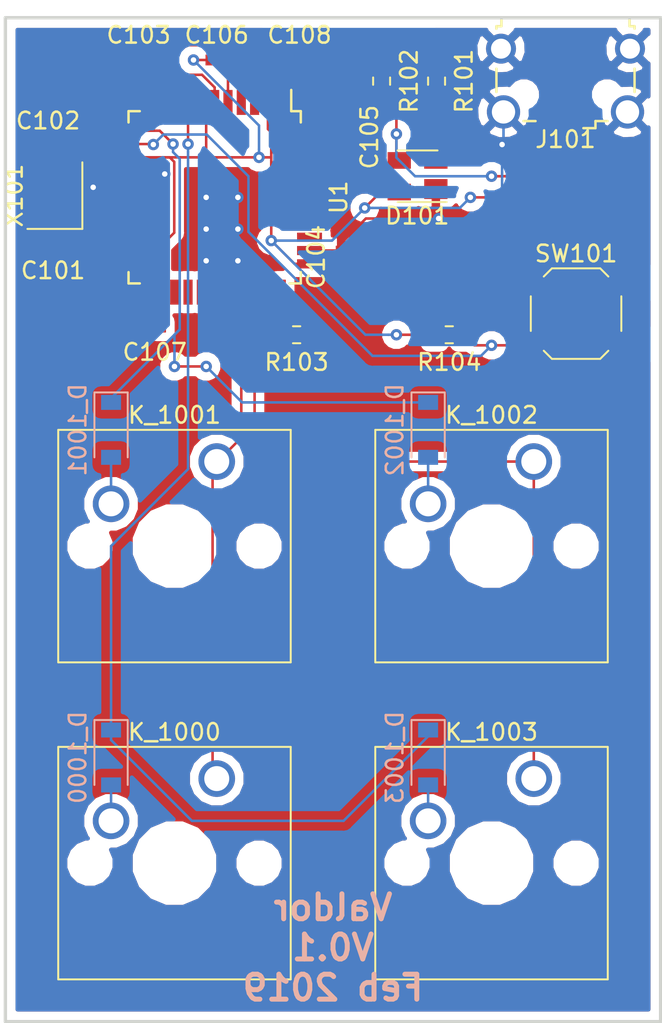
<source format=kicad_pcb>
(kicad_pcb (version 20171130) (host pcbnew 5.0.2)

  (general
    (thickness 1.6)
    (drawings 5)
    (tracks 225)
    (zones 0)
    (modules 25)
    (nets 43)
  )

  (page A3)
  (layers
    (0 F.Cu signal)
    (31 B.Cu signal)
    (32 B.Adhes user)
    (33 F.Adhes user)
    (34 B.Paste user)
    (35 F.Paste user)
    (36 B.SilkS user)
    (37 F.SilkS user)
    (38 B.Mask user)
    (39 F.Mask user)
    (40 Dwgs.User user)
    (41 Cmts.User user)
    (42 Eco1.User user)
    (43 Eco2.User user)
    (44 Edge.Cuts user)
    (45 Margin user)
    (46 B.CrtYd user)
    (47 F.CrtYd user)
    (48 B.Fab user hide)
    (49 F.Fab user hide)
  )

  (setup
    (last_trace_width 0.1524)
    (trace_clearance 0.1524)
    (zone_clearance 0.508)
    (zone_45_only no)
    (trace_min 0.1524)
    (segment_width 0.2)
    (edge_width 0.15)
    (via_size 0.6858)
    (via_drill 0.3302)
    (via_min_size 0.6858)
    (via_min_drill 0.3302)
    (uvia_size 0.6858)
    (uvia_drill 0.3302)
    (uvias_allowed no)
    (uvia_min_size 0.2)
    (uvia_min_drill 0.1)
    (pcb_text_width 0.3)
    (pcb_text_size 1.5 1.5)
    (mod_edge_width 0.15)
    (mod_text_size 1 1)
    (mod_text_width 0.15)
    (pad_size 1.016 1.25)
    (pad_drill 0.55)
    (pad_to_mask_clearance 0.2)
    (solder_mask_min_width 0.25)
    (aux_axis_origin 0 0)
    (grid_origin 71.75 40)
    (visible_elements FFFFFF7F)
    (pcbplotparams
      (layerselection 0x010f0_ffffffff)
      (usegerberextensions true)
      (usegerberattributes false)
      (usegerberadvancedattributes false)
      (creategerberjobfile false)
      (excludeedgelayer true)
      (linewidth 0.100000)
      (plotframeref false)
      (viasonmask false)
      (mode 1)
      (useauxorigin false)
      (hpglpennumber 1)
      (hpglpenspeed 20)
      (hpglpendiameter 15.000000)
      (psnegative false)
      (psa4output false)
      (plotreference true)
      (plotvalue true)
      (plotinvisibletext false)
      (padsonsilk false)
      (subtractmaskfromsilk false)
      (outputformat 1)
      (mirror false)
      (drillshape 0)
      (scaleselection 1)
      (outputdirectory "gerbers/"))
  )

  (net 0 "")
  (net 1 /row0)
  (net 2 /row1)
  (net 3 /col1)
  (net 4 /col0)
  (net 5 GND)
  (net 6 VCC)
  (net 7 "Net-(D_1000-Pad2)")
  (net 8 "Net-(D_1001-Pad2)")
  (net 9 "Net-(R104-Pad1)")
  (net 10 "Net-(R103-Pad2)")
  (net 11 "Net-(U1-Pad36)")
  (net 12 /xtal2)
  (net 13 /xtal1)
  (net 14 /D-)
  (net 15 /D+)
  (net 16 /Du-)
  (net 17 /Du+)
  (net 18 /Ucap)
  (net 19 "Net-(J101-Pad4)")
  (net 20 "Net-(U1-Pad1)")
  (net 21 "Net-(U1-Pad9)")
  (net 22 "Net-(U1-Pad10)")
  (net 23 "Net-(U1-Pad11)")
  (net 24 "Net-(U1-Pad18)")
  (net 25 "Net-(U1-Pad19)")
  (net 26 "Net-(U1-Pad20)")
  (net 27 "Net-(U1-Pad22)")
  (net 28 "Net-(U1-Pad25)")
  (net 29 "Net-(U1-Pad26)")
  (net 30 "Net-(U1-Pad27)")
  (net 31 "Net-(U1-Pad28)")
  (net 32 "Net-(U1-Pad29)")
  (net 33 "Net-(U1-Pad32)")
  (net 34 "Net-(U1-Pad37)")
  (net 35 "Net-(U1-Pad38)")
  (net 36 "Net-(U1-Pad39)")
  (net 37 "Net-(U1-Pad40)")
  (net 38 "Net-(U1-Pad41)")
  (net 39 "Net-(U1-Pad42)")
  (net 40 "Net-(D_1002-Pad2)")
  (net 41 "Net-(D_1003-Pad2)")
  (net 42 "Net-(U1-Pad21)")

  (net_class Default "This is the default net class."
    (clearance 0.1524)
    (trace_width 0.1524)
    (via_dia 0.6858)
    (via_drill 0.3302)
    (uvia_dia 0.6858)
    (uvia_drill 0.3302)
    (diff_pair_gap 0.1524)
    (diff_pair_width 0.1524)
    (add_net /D+)
    (add_net /D-)
    (add_net /Du+)
    (add_net /Du-)
    (add_net /Ucap)
    (add_net /col0)
    (add_net /col1)
    (add_net /row0)
    (add_net /row1)
    (add_net /xtal1)
    (add_net /xtal2)
    (add_net GND)
    (add_net "Net-(D_1000-Pad2)")
    (add_net "Net-(D_1001-Pad2)")
    (add_net "Net-(D_1002-Pad2)")
    (add_net "Net-(D_1003-Pad2)")
    (add_net "Net-(J101-Pad4)")
    (add_net "Net-(R103-Pad2)")
    (add_net "Net-(R104-Pad1)")
    (add_net "Net-(U1-Pad1)")
    (add_net "Net-(U1-Pad10)")
    (add_net "Net-(U1-Pad11)")
    (add_net "Net-(U1-Pad18)")
    (add_net "Net-(U1-Pad19)")
    (add_net "Net-(U1-Pad20)")
    (add_net "Net-(U1-Pad21)")
    (add_net "Net-(U1-Pad22)")
    (add_net "Net-(U1-Pad25)")
    (add_net "Net-(U1-Pad26)")
    (add_net "Net-(U1-Pad27)")
    (add_net "Net-(U1-Pad28)")
    (add_net "Net-(U1-Pad29)")
    (add_net "Net-(U1-Pad32)")
    (add_net "Net-(U1-Pad36)")
    (add_net "Net-(U1-Pad37)")
    (add_net "Net-(U1-Pad38)")
    (add_net "Net-(U1-Pad39)")
    (add_net "Net-(U1-Pad40)")
    (add_net "Net-(U1-Pad41)")
    (add_net "Net-(U1-Pad42)")
    (add_net "Net-(U1-Pad9)")
    (add_net VCC)
  )

  (module Capacitor_SMD:C_0402_1005Metric (layer F.Cu) (tedit 5A002D62) (tstamp 5B985663)
    (at 43.175 84.45)
    (descr "Capacitor SMD 0402 (1005 Metric), square (rectangular) end terminal, IPC_7351 nominal, (Body size source: http://www.tortai-tech.com/upload/download/2011102023233369053.pdf), generated with kicad-footprint-generator")
    (tags capacitor)
    (path /5B92F1FC)
    (attr smd)
    (fp_text reference C106 (at 0 -1.5) (layer F.SilkS)
      (effects (font (size 1 1) (thickness 0.15)))
    )
    (fp_text value 0.1u (at 0 1.5) (layer F.Fab)
      (effects (font (size 1 1) (thickness 0.15)))
    )
    (fp_text user %R (at 0 -0.88) (layer F.Fab)
      (effects (font (size 0.5 0.5) (thickness 0.08)))
    )
    (fp_line (start 0.82 0.48) (end -0.82 0.48) (layer F.CrtYd) (width 0.05))
    (fp_line (start 0.82 -0.48) (end 0.82 0.48) (layer F.CrtYd) (width 0.05))
    (fp_line (start -0.82 -0.48) (end 0.82 -0.48) (layer F.CrtYd) (width 0.05))
    (fp_line (start -0.82 0.48) (end -0.82 -0.48) (layer F.CrtYd) (width 0.05))
    (fp_line (start 0.5 0.25) (end -0.5 0.25) (layer F.Fab) (width 0.1))
    (fp_line (start 0.5 -0.25) (end 0.5 0.25) (layer F.Fab) (width 0.1))
    (fp_line (start -0.5 -0.25) (end 0.5 -0.25) (layer F.Fab) (width 0.1))
    (fp_line (start -0.5 0.25) (end -0.5 -0.25) (layer F.Fab) (width 0.1))
    (pad 2 smd rect (at 0.3875 0) (size 0.575 0.65) (layers F.Cu F.Paste F.Mask)
      (net 5 GND))
    (pad 1 smd rect (at -0.3875 0) (size 0.575 0.65) (layers F.Cu F.Paste F.Mask)
      (net 6 VCC))
    (model ${KISYS3DMOD}/Capacitor_SMD.3dshapes/C_0402_1005Metric.wrl
      (at (xyz 0 0 0))
      (scale (xyz 1 1 1))
      (rotate (xyz 0 0 0))
    )
  )

  (module Capacitor_SMD:C_0402_1005Metric (layer F.Cu) (tedit 5A002D62) (tstamp 5B985647)
    (at 48.15 84.45)
    (descr "Capacitor SMD 0402 (1005 Metric), square (rectangular) end terminal, IPC_7351 nominal, (Body size source: http://www.tortai-tech.com/upload/download/2011102023233369053.pdf), generated with kicad-footprint-generator")
    (tags capacitor)
    (path /5B92F70F)
    (attr smd)
    (fp_text reference C108 (at 0 -1.5) (layer F.SilkS)
      (effects (font (size 1 1) (thickness 0.15)))
    )
    (fp_text value 4.7u (at 0 1.5) (layer F.Fab)
      (effects (font (size 1 1) (thickness 0.15)))
    )
    (fp_text user %R (at 0 -0.88) (layer F.Fab)
      (effects (font (size 0.5 0.5) (thickness 0.08)))
    )
    (fp_line (start 0.82 0.48) (end -0.82 0.48) (layer F.CrtYd) (width 0.05))
    (fp_line (start 0.82 -0.48) (end 0.82 0.48) (layer F.CrtYd) (width 0.05))
    (fp_line (start -0.82 -0.48) (end 0.82 -0.48) (layer F.CrtYd) (width 0.05))
    (fp_line (start -0.82 0.48) (end -0.82 -0.48) (layer F.CrtYd) (width 0.05))
    (fp_line (start 0.5 0.25) (end -0.5 0.25) (layer F.Fab) (width 0.1))
    (fp_line (start 0.5 -0.25) (end 0.5 0.25) (layer F.Fab) (width 0.1))
    (fp_line (start -0.5 -0.25) (end 0.5 -0.25) (layer F.Fab) (width 0.1))
    (fp_line (start -0.5 0.25) (end -0.5 -0.25) (layer F.Fab) (width 0.1))
    (pad 2 smd rect (at 0.3875 0) (size 0.575 0.65) (layers F.Cu F.Paste F.Mask)
      (net 5 GND))
    (pad 1 smd rect (at -0.3875 0) (size 0.575 0.65) (layers F.Cu F.Paste F.Mask)
      (net 6 VCC))
    (model ${KISYS3DMOD}/Capacitor_SMD.3dshapes/C_0402_1005Metric.wrl
      (at (xyz 0 0 0))
      (scale (xyz 1 1 1))
      (rotate (xyz 0 0 0))
    )
  )

  (module Package_TO_SOT_SMD:SOT-143 (layer F.Cu) (tedit 5A02FF57) (tstamp 5C7C0507)
    (at 55.24 91.435 180)
    (descr SOT-143)
    (tags SOT-143)
    (path /5C72172F)
    (attr smd)
    (fp_text reference D101 (at 0.02 -2.38 180) (layer F.SilkS)
      (effects (font (size 1 1) (thickness 0.15)))
    )
    (fp_text value PRTR5V0U2X (at -0.28 2.48 180) (layer F.Fab)
      (effects (font (size 1 1) (thickness 0.15)))
    )
    (fp_text user %R (at 0 0 270) (layer F.Fab)
      (effects (font (size 0.5 0.5) (thickness 0.075)))
    )
    (fp_line (start -1.2 1.55) (end 1.2 1.55) (layer F.SilkS) (width 0.12))
    (fp_line (start 1.2 -1.55) (end -1.75 -1.55) (layer F.SilkS) (width 0.12))
    (fp_line (start -1.2 -1) (end -0.7 -1.5) (layer F.Fab) (width 0.1))
    (fp_line (start -0.7 -1.5) (end 1.2 -1.5) (layer F.Fab) (width 0.1))
    (fp_line (start -1.2 1.5) (end -1.2 -1) (layer F.Fab) (width 0.1))
    (fp_line (start 1.2 1.5) (end -1.2 1.5) (layer F.Fab) (width 0.1))
    (fp_line (start 1.2 -1.5) (end 1.2 1.5) (layer F.Fab) (width 0.1))
    (fp_line (start 2.05 -1.75) (end 2.05 1.75) (layer F.CrtYd) (width 0.05))
    (fp_line (start 2.05 -1.75) (end -2.05 -1.75) (layer F.CrtYd) (width 0.05))
    (fp_line (start -2.05 1.75) (end 2.05 1.75) (layer F.CrtYd) (width 0.05))
    (fp_line (start -2.05 1.75) (end -2.05 -1.75) (layer F.CrtYd) (width 0.05))
    (pad 1 smd rect (at -1.1 -0.77 90) (size 1.2 1.4) (layers F.Cu F.Paste F.Mask)
      (net 5 GND))
    (pad 2 smd rect (at -1.1 0.95 90) (size 1 1.4) (layers F.Cu F.Paste F.Mask)
      (net 17 /Du+))
    (pad 3 smd rect (at 1.1 0.95 90) (size 1 1.4) (layers F.Cu F.Paste F.Mask)
      (net 16 /Du-))
    (pad 4 smd rect (at 1.1 -0.95 90) (size 1 1.4) (layers F.Cu F.Paste F.Mask)
      (net 6 VCC))
    (model ${KISYS3DMOD}/Package_TO_SOT_SMD.3dshapes/SOT-143.wrl
      (at (xyz 0 0 0))
      (scale (xyz 1 1 1))
      (rotate (xyz 0 0 0))
    )
  )

  (module Button_Switch_Keyboard:SW_Cherry_MX1A_1.00u_PCB (layer F.Cu) (tedit 5A02FE24) (tstamp 5C87C2BF)
    (at 62.225 108.58)
    (descr "Cherry MX keyswitch, MX1A, 1.00u, PCB mount, http://cherryamericas.com/wp-content/uploads/2014/12/mx_cat.pdf")
    (tags "cherry mx keyswitch MX1A 1.00u PCB")
    (path /5C746BFB)
    (fp_text reference K_1002 (at -2.54 -2.794) (layer F.SilkS)
      (effects (font (size 1 1) (thickness 0.15)))
    )
    (fp_text value KEYSW (at -2.54 12.954) (layer F.Fab)
      (effects (font (size 1 1) (thickness 0.15)))
    )
    (fp_text user %R (at -2.54 -2.794) (layer F.Fab)
      (effects (font (size 1 1) (thickness 0.15)))
    )
    (fp_line (start -8.89 -1.27) (end 3.81 -1.27) (layer F.Fab) (width 0.15))
    (fp_line (start 3.81 -1.27) (end 3.81 11.43) (layer F.Fab) (width 0.15))
    (fp_line (start 3.81 11.43) (end -8.89 11.43) (layer F.Fab) (width 0.15))
    (fp_line (start -8.89 11.43) (end -8.89 -1.27) (layer F.Fab) (width 0.15))
    (fp_line (start -9.14 11.68) (end -9.14 -1.52) (layer F.CrtYd) (width 0.05))
    (fp_line (start 4.06 11.68) (end -9.14 11.68) (layer F.CrtYd) (width 0.05))
    (fp_line (start 4.06 -1.52) (end 4.06 11.68) (layer F.CrtYd) (width 0.05))
    (fp_line (start -9.14 -1.52) (end 4.06 -1.52) (layer F.CrtYd) (width 0.05))
    (fp_line (start -12.065 -4.445) (end 6.985 -4.445) (layer Dwgs.User) (width 0.15))
    (fp_line (start 6.985 -4.445) (end 6.985 14.605) (layer Dwgs.User) (width 0.15))
    (fp_line (start 6.985 14.605) (end -12.065 14.605) (layer Dwgs.User) (width 0.15))
    (fp_line (start -12.065 14.605) (end -12.065 -4.445) (layer Dwgs.User) (width 0.15))
    (fp_line (start -9.525 -1.905) (end 4.445 -1.905) (layer F.SilkS) (width 0.12))
    (fp_line (start 4.445 -1.905) (end 4.445 12.065) (layer F.SilkS) (width 0.12))
    (fp_line (start 4.445 12.065) (end -9.525 12.065) (layer F.SilkS) (width 0.12))
    (fp_line (start -9.525 12.065) (end -9.525 -1.905) (layer F.SilkS) (width 0.12))
    (pad 1 thru_hole circle (at 0 0) (size 2.2 2.2) (drill 1.5) (layers *.Cu *.Mask)
      (net 3 /col1))
    (pad 2 thru_hole circle (at -6.35 2.54) (size 2.2 2.2) (drill 1.5) (layers *.Cu *.Mask)
      (net 40 "Net-(D_1002-Pad2)"))
    (pad "" np_thru_hole circle (at -2.54 5.08) (size 4 4) (drill 4) (layers *.Cu *.Mask))
    (pad "" np_thru_hole circle (at -7.62 5.08) (size 1.7 1.7) (drill 1.7) (layers *.Cu *.Mask))
    (pad "" np_thru_hole circle (at 2.54 5.08) (size 1.7 1.7) (drill 1.7) (layers *.Cu *.Mask))
    (model ${KISYS3DMOD}/Button_Switch_Keyboard.3dshapes/SW_Cherry_MX1A_1.00u_PCB.wrl
      (at (xyz 0 0 0))
      (scale (xyz 1 1 1))
      (rotate (xyz 0 0 0))
    )
  )

  (module Button_Switch_SMD:SW_SPST_SKQG_WithoutStem (layer F.Cu) (tedit 5ABAB684) (tstamp 5C7BEE42)
    (at 64.765 99.69)
    (descr "ALPS 5.2mm Square Low-profile Type (Surface Mount) SKQG Series, Without stem, http://www.alps.com/prod/info/E/HTML/Tact/SurfaceMount/SKQG/SKQGAEE010.html")
    (tags "SPST Button Switch")
    (path /5BB36E8A)
    (attr smd)
    (fp_text reference SW101 (at 0 -3.6) (layer F.SilkS)
      (effects (font (size 1 1) (thickness 0.15)))
    )
    (fp_text value SW_Push (at 0 3.6) (layer F.Fab)
      (effects (font (size 1 1) (thickness 0.15)))
    )
    (fp_line (start 1.4 -2.6) (end 2.6 -1.4) (layer F.Fab) (width 0.1))
    (fp_line (start 2.6 -1.4) (end 2.6 1.4) (layer F.Fab) (width 0.1))
    (fp_line (start 2.6 1.4) (end 1.4 2.6) (layer F.Fab) (width 0.1))
    (fp_line (start 1.4 2.6) (end -1.4 2.6) (layer F.Fab) (width 0.1))
    (fp_line (start -1.4 2.6) (end -2.6 1.4) (layer F.Fab) (width 0.1))
    (fp_line (start -2.6 1.4) (end -2.6 -1.4) (layer F.Fab) (width 0.1))
    (fp_line (start -2.6 -1.4) (end -1.4 -2.6) (layer F.Fab) (width 0.1))
    (fp_line (start -1.4 -2.6) (end 1.4 -2.6) (layer F.Fab) (width 0.1))
    (fp_line (start -4.25 -2.85) (end -4.25 2.85) (layer F.CrtYd) (width 0.05))
    (fp_line (start 4.25 -2.85) (end -4.25 -2.85) (layer F.CrtYd) (width 0.05))
    (fp_line (start 4.25 2.85) (end 4.25 -2.85) (layer F.CrtYd) (width 0.05))
    (fp_line (start -4.25 2.85) (end 4.25 2.85) (layer F.CrtYd) (width 0.05))
    (fp_line (start -2.72 1.04) (end -2.72 -1.04) (layer F.SilkS) (width 0.12))
    (fp_line (start 1.45 -2.72) (end 1.94 -2.23) (layer F.SilkS) (width 0.12))
    (fp_circle (center 0 0) (end 1.5 0) (layer F.Fab) (width 0.1))
    (fp_line (start 2.72 1.04) (end 2.72 -1.04) (layer F.SilkS) (width 0.12))
    (fp_line (start -1.45 -2.72) (end -1.94 -2.23) (layer F.SilkS) (width 0.12))
    (fp_line (start -1.45 -2.72) (end 1.45 -2.72) (layer F.SilkS) (width 0.12))
    (fp_text user %R (at 0 0) (layer F.Fab)
      (effects (font (size 0.6 0.6) (thickness 0.09)))
    )
    (fp_line (start -1.45 2.72) (end -1.94 2.23) (layer F.SilkS) (width 0.12))
    (fp_line (start -1.45 2.72) (end 1.45 2.72) (layer F.SilkS) (width 0.12))
    (fp_line (start 1.45 2.72) (end 1.94 2.23) (layer F.SilkS) (width 0.12))
    (fp_line (start 4 -1.3) (end 4 1.3) (layer Dwgs.User) (width 0.05))
    (fp_line (start 4 1.3) (end 1 1.3) (layer Dwgs.User) (width 0.05))
    (fp_line (start 1 1.3) (end 1 -1.3) (layer Dwgs.User) (width 0.05))
    (fp_line (start 1 -1.3) (end 4 -1.3) (layer Dwgs.User) (width 0.05))
    (fp_line (start 1 -0.3) (end 2 -1.3) (layer Dwgs.User) (width 0.05))
    (fp_line (start 1 0.7) (end 3 -1.3) (layer Dwgs.User) (width 0.05))
    (fp_line (start 4 -1.3) (end 1.4 1.3) (layer Dwgs.User) (width 0.05))
    (fp_line (start 2.4 1.3) (end 4 -0.3) (layer Dwgs.User) (width 0.05))
    (fp_line (start 4 0.7) (end 3.4 1.3) (layer Dwgs.User) (width 0.05))
    (fp_line (start -1 0.7) (end -1.6 1.3) (layer Dwgs.User) (width 0.05))
    (fp_line (start -4 1.3) (end -4 -1.3) (layer Dwgs.User) (width 0.05))
    (fp_line (start -4 0.7) (end -2 -1.3) (layer Dwgs.User) (width 0.05))
    (fp_line (start -1 1.3) (end -4 1.3) (layer Dwgs.User) (width 0.05))
    (fp_line (start -4 -1.3) (end -1 -1.3) (layer Dwgs.User) (width 0.05))
    (fp_line (start -1 -1.3) (end -3.6 1.3) (layer Dwgs.User) (width 0.05))
    (fp_line (start -2.6 1.3) (end -1 -0.3) (layer Dwgs.User) (width 0.05))
    (fp_line (start -4 -0.3) (end -3 -1.3) (layer Dwgs.User) (width 0.05))
    (fp_line (start -1 -1.3) (end -1 1.3) (layer Dwgs.User) (width 0.05))
    (fp_text user "No F.Cu tracks" (at 2.5 0.2) (layer Cmts.User)
      (effects (font (size 0.2 0.2) (thickness 0.03)))
    )
    (fp_text user "KEEP-OUT ZONE" (at 2.5 -0.2) (layer Cmts.User)
      (effects (font (size 0.2 0.2) (thickness 0.03)))
    )
    (fp_text user "KEEP-OUT ZONE" (at -2.5 -0.2) (layer Cmts.User)
      (effects (font (size 0.2 0.2) (thickness 0.03)))
    )
    (fp_text user "No F.Cu tracks" (at -2.5 0.2) (layer Cmts.User)
      (effects (font (size 0.2 0.2) (thickness 0.03)))
    )
    (pad 1 smd rect (at -3.1 -1.85) (size 1.8 1.1) (layers F.Cu F.Paste F.Mask)
      (net 5 GND))
    (pad 1 smd rect (at 3.1 -1.85) (size 1.8 1.1) (layers F.Cu F.Paste F.Mask)
      (net 5 GND))
    (pad 2 smd rect (at -3.1 1.85) (size 1.8 1.1) (layers F.Cu F.Paste F.Mask)
      (net 9 "Net-(R104-Pad1)"))
    (pad 2 smd rect (at 3.1 1.85) (size 1.8 1.1) (layers F.Cu F.Paste F.Mask)
      (net 9 "Net-(R104-Pad1)"))
    (model ${KISYS3DMOD}/Button_Switch_SMD.3dshapes/SW_SPST_SKQG_WithoutStem.wrl
      (at (xyz 0 0 0))
      (scale (xyz 1 1 1))
      (rotate (xyz 0 0 0))
    )
  )

  (module Diode_SMD:D_SOD-123 (layer B.Cu) (tedit 58645DC7) (tstamp 5C87C10B)
    (at 55.875 106.675 270)
    (descr SOD-123)
    (tags SOD-123)
    (path /5C746C02)
    (attr smd)
    (fp_text reference D_1002 (at 0 2 270) (layer B.SilkS)
      (effects (font (size 1 1) (thickness 0.15)) (justify mirror))
    )
    (fp_text value D (at 0 -2.1 270) (layer B.Fab)
      (effects (font (size 1 1) (thickness 0.15)) (justify mirror))
    )
    (fp_text user %R (at 0 2 270) (layer B.Fab)
      (effects (font (size 1 1) (thickness 0.15)) (justify mirror))
    )
    (fp_line (start -2.25 1) (end -2.25 -1) (layer B.SilkS) (width 0.12))
    (fp_line (start 0.25 0) (end 0.75 0) (layer B.Fab) (width 0.1))
    (fp_line (start 0.25 -0.4) (end -0.35 0) (layer B.Fab) (width 0.1))
    (fp_line (start 0.25 0.4) (end 0.25 -0.4) (layer B.Fab) (width 0.1))
    (fp_line (start -0.35 0) (end 0.25 0.4) (layer B.Fab) (width 0.1))
    (fp_line (start -0.35 0) (end -0.35 -0.55) (layer B.Fab) (width 0.1))
    (fp_line (start -0.35 0) (end -0.35 0.55) (layer B.Fab) (width 0.1))
    (fp_line (start -0.75 0) (end -0.35 0) (layer B.Fab) (width 0.1))
    (fp_line (start -1.4 -0.9) (end -1.4 0.9) (layer B.Fab) (width 0.1))
    (fp_line (start 1.4 -0.9) (end -1.4 -0.9) (layer B.Fab) (width 0.1))
    (fp_line (start 1.4 0.9) (end 1.4 -0.9) (layer B.Fab) (width 0.1))
    (fp_line (start -1.4 0.9) (end 1.4 0.9) (layer B.Fab) (width 0.1))
    (fp_line (start -2.35 1.15) (end 2.35 1.15) (layer B.CrtYd) (width 0.05))
    (fp_line (start 2.35 1.15) (end 2.35 -1.15) (layer B.CrtYd) (width 0.05))
    (fp_line (start 2.35 -1.15) (end -2.35 -1.15) (layer B.CrtYd) (width 0.05))
    (fp_line (start -2.35 1.15) (end -2.35 -1.15) (layer B.CrtYd) (width 0.05))
    (fp_line (start -2.25 -1) (end 1.65 -1) (layer B.SilkS) (width 0.12))
    (fp_line (start -2.25 1) (end 1.65 1) (layer B.SilkS) (width 0.12))
    (pad 1 smd rect (at -1.65 0 270) (size 0.9 1.2) (layers B.Cu B.Paste B.Mask)
      (net 2 /row1))
    (pad 2 smd rect (at 1.65 0 270) (size 0.9 1.2) (layers B.Cu B.Paste B.Mask)
      (net 40 "Net-(D_1002-Pad2)"))
    (model ${KISYS3DMOD}/Diode_SMD.3dshapes/D_SOD-123.wrl
      (at (xyz 0 0 0))
      (scale (xyz 1 1 1))
      (rotate (xyz 0 0 0))
    )
  )

  (module Button_Switch_Keyboard:SW_Cherry_MX1A_1.00u_PCB (layer F.Cu) (tedit 5A02FE24) (tstamp 5C87C2D9)
    (at 62.225 127.63)
    (descr "Cherry MX keyswitch, MX1A, 1.00u, PCB mount, http://cherryamericas.com/wp-content/uploads/2014/12/mx_cat.pdf")
    (tags "cherry mx keyswitch MX1A 1.00u PCB")
    (path /5C746C0A)
    (fp_text reference K_1003 (at -2.54 -2.794) (layer F.SilkS)
      (effects (font (size 1 1) (thickness 0.15)))
    )
    (fp_text value KEYSW (at -2.54 12.954) (layer F.Fab)
      (effects (font (size 1 1) (thickness 0.15)))
    )
    (fp_line (start -9.525 12.065) (end -9.525 -1.905) (layer F.SilkS) (width 0.12))
    (fp_line (start 4.445 12.065) (end -9.525 12.065) (layer F.SilkS) (width 0.12))
    (fp_line (start 4.445 -1.905) (end 4.445 12.065) (layer F.SilkS) (width 0.12))
    (fp_line (start -9.525 -1.905) (end 4.445 -1.905) (layer F.SilkS) (width 0.12))
    (fp_line (start -12.065 14.605) (end -12.065 -4.445) (layer Dwgs.User) (width 0.15))
    (fp_line (start 6.985 14.605) (end -12.065 14.605) (layer Dwgs.User) (width 0.15))
    (fp_line (start 6.985 -4.445) (end 6.985 14.605) (layer Dwgs.User) (width 0.15))
    (fp_line (start -12.065 -4.445) (end 6.985 -4.445) (layer Dwgs.User) (width 0.15))
    (fp_line (start -9.14 -1.52) (end 4.06 -1.52) (layer F.CrtYd) (width 0.05))
    (fp_line (start 4.06 -1.52) (end 4.06 11.68) (layer F.CrtYd) (width 0.05))
    (fp_line (start 4.06 11.68) (end -9.14 11.68) (layer F.CrtYd) (width 0.05))
    (fp_line (start -9.14 11.68) (end -9.14 -1.52) (layer F.CrtYd) (width 0.05))
    (fp_line (start -8.89 11.43) (end -8.89 -1.27) (layer F.Fab) (width 0.15))
    (fp_line (start 3.81 11.43) (end -8.89 11.43) (layer F.Fab) (width 0.15))
    (fp_line (start 3.81 -1.27) (end 3.81 11.43) (layer F.Fab) (width 0.15))
    (fp_line (start -8.89 -1.27) (end 3.81 -1.27) (layer F.Fab) (width 0.15))
    (fp_text user %R (at -2.54 -2.794) (layer F.Fab)
      (effects (font (size 1 1) (thickness 0.15)))
    )
    (pad "" np_thru_hole circle (at 2.54 5.08) (size 1.7 1.7) (drill 1.7) (layers *.Cu *.Mask))
    (pad "" np_thru_hole circle (at -7.62 5.08) (size 1.7 1.7) (drill 1.7) (layers *.Cu *.Mask))
    (pad "" np_thru_hole circle (at -2.54 5.08) (size 4 4) (drill 4) (layers *.Cu *.Mask))
    (pad 2 thru_hole circle (at -6.35 2.54) (size 2.2 2.2) (drill 1.5) (layers *.Cu *.Mask)
      (net 41 "Net-(D_1003-Pad2)"))
    (pad 1 thru_hole circle (at 0 0) (size 2.2 2.2) (drill 1.5) (layers *.Cu *.Mask)
      (net 3 /col1))
    (model ${KISYS3DMOD}/Button_Switch_Keyboard.3dshapes/SW_Cherry_MX1A_1.00u_PCB.wrl
      (at (xyz 0 0 0))
      (scale (xyz 1 1 1))
      (rotate (xyz 0 0 0))
    )
  )

  (module Button_Switch_Keyboard:SW_Cherry_MX1A_1.00u_PCB (layer F.Cu) (tedit 5A02FE24) (tstamp 5C87C28D)
    (at 43.175 108.58)
    (descr "Cherry MX keyswitch, MX1A, 1.00u, PCB mount, http://cherryamericas.com/wp-content/uploads/2014/12/mx_cat.pdf")
    (tags "cherry mx keyswitch MX1A 1.00u PCB")
    (path /5AA598B3)
    (fp_text reference K_1001 (at -2.54 -2.794) (layer F.SilkS)
      (effects (font (size 1 1) (thickness 0.15)))
    )
    (fp_text value KEYSW (at -2.54 12.954) (layer F.Fab)
      (effects (font (size 1 1) (thickness 0.15)))
    )
    (fp_line (start -9.525 12.065) (end -9.525 -1.905) (layer F.SilkS) (width 0.12))
    (fp_line (start 4.445 12.065) (end -9.525 12.065) (layer F.SilkS) (width 0.12))
    (fp_line (start 4.445 -1.905) (end 4.445 12.065) (layer F.SilkS) (width 0.12))
    (fp_line (start -9.525 -1.905) (end 4.445 -1.905) (layer F.SilkS) (width 0.12))
    (fp_line (start -12.065 14.605) (end -12.065 -4.445) (layer Dwgs.User) (width 0.15))
    (fp_line (start 6.985 14.605) (end -12.065 14.605) (layer Dwgs.User) (width 0.15))
    (fp_line (start 6.985 -4.445) (end 6.985 14.605) (layer Dwgs.User) (width 0.15))
    (fp_line (start -12.065 -4.445) (end 6.985 -4.445) (layer Dwgs.User) (width 0.15))
    (fp_line (start -9.14 -1.52) (end 4.06 -1.52) (layer F.CrtYd) (width 0.05))
    (fp_line (start 4.06 -1.52) (end 4.06 11.68) (layer F.CrtYd) (width 0.05))
    (fp_line (start 4.06 11.68) (end -9.14 11.68) (layer F.CrtYd) (width 0.05))
    (fp_line (start -9.14 11.68) (end -9.14 -1.52) (layer F.CrtYd) (width 0.05))
    (fp_line (start -8.89 11.43) (end -8.89 -1.27) (layer F.Fab) (width 0.15))
    (fp_line (start 3.81 11.43) (end -8.89 11.43) (layer F.Fab) (width 0.15))
    (fp_line (start 3.81 -1.27) (end 3.81 11.43) (layer F.Fab) (width 0.15))
    (fp_line (start -8.89 -1.27) (end 3.81 -1.27) (layer F.Fab) (width 0.15))
    (fp_text user %R (at -2.54 -2.794) (layer F.Fab)
      (effects (font (size 1 1) (thickness 0.15)))
    )
    (pad "" np_thru_hole circle (at 2.54 5.08) (size 1.7 1.7) (drill 1.7) (layers *.Cu *.Mask))
    (pad "" np_thru_hole circle (at -7.62 5.08) (size 1.7 1.7) (drill 1.7) (layers *.Cu *.Mask))
    (pad "" np_thru_hole circle (at -2.54 5.08) (size 4 4) (drill 4) (layers *.Cu *.Mask))
    (pad 2 thru_hole circle (at -6.35 2.54) (size 2.2 2.2) (drill 1.5) (layers *.Cu *.Mask)
      (net 8 "Net-(D_1001-Pad2)"))
    (pad 1 thru_hole circle (at 0 0) (size 2.2 2.2) (drill 1.5) (layers *.Cu *.Mask)
      (net 4 /col0))
    (model ${KISYS3DMOD}/Button_Switch_Keyboard.3dshapes/SW_Cherry_MX1A_1.00u_PCB.wrl
      (at (xyz 0 0 0))
      (scale (xyz 1 1 1))
      (rotate (xyz 0 0 0))
    )
  )

  (module Button_Switch_Keyboard:SW_Cherry_MX1A_1.00u_PCB (layer F.Cu) (tedit 5A02FE24) (tstamp 5C87C274)
    (at 43.175 127.63)
    (descr "Cherry MX keyswitch, MX1A, 1.00u, PCB mount, http://cherryamericas.com/wp-content/uploads/2014/12/mx_cat.pdf")
    (tags "cherry mx keyswitch MX1A 1.00u PCB")
    (path /5AA59B0B)
    (fp_text reference K_1000 (at -2.54 -2.794) (layer F.SilkS)
      (effects (font (size 1 1) (thickness 0.15)))
    )
    (fp_text value KEYSW (at -2.54 12.954) (layer F.Fab)
      (effects (font (size 1 1) (thickness 0.15)))
    )
    (fp_text user %R (at -2.54 -2.794) (layer F.Fab)
      (effects (font (size 1 1) (thickness 0.15)))
    )
    (fp_line (start -8.89 -1.27) (end 3.81 -1.27) (layer F.Fab) (width 0.15))
    (fp_line (start 3.81 -1.27) (end 3.81 11.43) (layer F.Fab) (width 0.15))
    (fp_line (start 3.81 11.43) (end -8.89 11.43) (layer F.Fab) (width 0.15))
    (fp_line (start -8.89 11.43) (end -8.89 -1.27) (layer F.Fab) (width 0.15))
    (fp_line (start -9.14 11.68) (end -9.14 -1.52) (layer F.CrtYd) (width 0.05))
    (fp_line (start 4.06 11.68) (end -9.14 11.68) (layer F.CrtYd) (width 0.05))
    (fp_line (start 4.06 -1.52) (end 4.06 11.68) (layer F.CrtYd) (width 0.05))
    (fp_line (start -9.14 -1.52) (end 4.06 -1.52) (layer F.CrtYd) (width 0.05))
    (fp_line (start -12.065 -4.445) (end 6.985 -4.445) (layer Dwgs.User) (width 0.15))
    (fp_line (start 6.985 -4.445) (end 6.985 14.605) (layer Dwgs.User) (width 0.15))
    (fp_line (start 6.985 14.605) (end -12.065 14.605) (layer Dwgs.User) (width 0.15))
    (fp_line (start -12.065 14.605) (end -12.065 -4.445) (layer Dwgs.User) (width 0.15))
    (fp_line (start -9.525 -1.905) (end 4.445 -1.905) (layer F.SilkS) (width 0.12))
    (fp_line (start 4.445 -1.905) (end 4.445 12.065) (layer F.SilkS) (width 0.12))
    (fp_line (start 4.445 12.065) (end -9.525 12.065) (layer F.SilkS) (width 0.12))
    (fp_line (start -9.525 12.065) (end -9.525 -1.905) (layer F.SilkS) (width 0.12))
    (pad 1 thru_hole circle (at 0 0) (size 2.2 2.2) (drill 1.5) (layers *.Cu *.Mask)
      (net 4 /col0))
    (pad 2 thru_hole circle (at -6.35 2.54) (size 2.2 2.2) (drill 1.5) (layers *.Cu *.Mask)
      (net 7 "Net-(D_1000-Pad2)"))
    (pad "" np_thru_hole circle (at -2.54 5.08) (size 4 4) (drill 4) (layers *.Cu *.Mask))
    (pad "" np_thru_hole circle (at -7.62 5.08) (size 1.7 1.7) (drill 1.7) (layers *.Cu *.Mask))
    (pad "" np_thru_hole circle (at 2.54 5.08) (size 1.7 1.7) (drill 1.7) (layers *.Cu *.Mask))
    (model ${KISYS3DMOD}/Button_Switch_Keyboard.3dshapes/SW_Cherry_MX1A_1.00u_PCB.wrl
      (at (xyz 0 0 0))
      (scale (xyz 1 1 1))
      (rotate (xyz 0 0 0))
    )
  )

  (module Crystal:Crystal_SMD_3225-4Pin_3.2x2.5mm (layer F.Cu) (tedit 5A0FD1B2) (tstamp 5C87C125)
    (at 33.45 92.6 90)
    (descr "SMD Crystal SERIES SMD3225/4 http://www.txccrystal.com/images/pdf/7m-accuracy.pdf, 3.2x2.5mm^2 package")
    (tags "SMD SMT crystal")
    (path /5B4FFE79)
    (attr smd)
    (fp_text reference X101 (at 0 -2.45 90) (layer F.SilkS)
      (effects (font (size 1 1) (thickness 0.15)))
    )
    (fp_text value Crystal (at 0 2.45 90) (layer F.Fab)
      (effects (font (size 1 1) (thickness 0.15)))
    )
    (fp_text user %R (at 0 0 90) (layer F.Fab)
      (effects (font (size 0.7 0.7) (thickness 0.105)))
    )
    (fp_line (start -1.6 -1.25) (end -1.6 1.25) (layer F.Fab) (width 0.1))
    (fp_line (start -1.6 1.25) (end 1.6 1.25) (layer F.Fab) (width 0.1))
    (fp_line (start 1.6 1.25) (end 1.6 -1.25) (layer F.Fab) (width 0.1))
    (fp_line (start 1.6 -1.25) (end -1.6 -1.25) (layer F.Fab) (width 0.1))
    (fp_line (start -1.6 0.25) (end -0.6 1.25) (layer F.Fab) (width 0.1))
    (fp_line (start -2 -1.65) (end -2 1.65) (layer F.SilkS) (width 0.12))
    (fp_line (start -2 1.65) (end 2 1.65) (layer F.SilkS) (width 0.12))
    (fp_line (start -2.1 -1.7) (end -2.1 1.7) (layer F.CrtYd) (width 0.05))
    (fp_line (start -2.1 1.7) (end 2.1 1.7) (layer F.CrtYd) (width 0.05))
    (fp_line (start 2.1 1.7) (end 2.1 -1.7) (layer F.CrtYd) (width 0.05))
    (fp_line (start 2.1 -1.7) (end -2.1 -1.7) (layer F.CrtYd) (width 0.05))
    (pad 1 smd rect (at -1.1 0.85 90) (size 1.4 1.2) (layers F.Cu F.Paste F.Mask)
      (net 13 /xtal1))
    (pad 2 smd rect (at 1.1 0.85 90) (size 1.4 1.2) (layers F.Cu F.Paste F.Mask)
      (net 5 GND))
    (pad 3 smd rect (at 1.1 -0.85 90) (size 1.4 1.2) (layers F.Cu F.Paste F.Mask)
      (net 12 /xtal2))
    (pad 4 smd rect (at -1.1 -0.85 90) (size 1.4 1.2) (layers F.Cu F.Paste F.Mask)
      (net 5 GND))
    (model ${KISYS3DMOD}/Crystal.3dshapes/Crystal_SMD_3225-4Pin_3.2x2.5mm.wrl
      (at (xyz 0 0 0))
      (scale (xyz 1 1 1))
      (rotate (xyz 0 0 0))
    )
  )

  (module Diode_SMD:D_SOD-123 (layer B.Cu) (tedit 58645DC7) (tstamp 5C87C124)
    (at 55.875 126.36 270)
    (descr SOD-123)
    (tags SOD-123)
    (path /5C746C11)
    (attr smd)
    (fp_text reference D_1003 (at 0 2 270) (layer B.SilkS)
      (effects (font (size 1 1) (thickness 0.15)) (justify mirror))
    )
    (fp_text value D (at 0 -2.1 270) (layer B.Fab)
      (effects (font (size 1 1) (thickness 0.15)) (justify mirror))
    )
    (fp_line (start -2.25 1) (end 1.65 1) (layer B.SilkS) (width 0.12))
    (fp_line (start -2.25 -1) (end 1.65 -1) (layer B.SilkS) (width 0.12))
    (fp_line (start -2.35 1.15) (end -2.35 -1.15) (layer B.CrtYd) (width 0.05))
    (fp_line (start 2.35 -1.15) (end -2.35 -1.15) (layer B.CrtYd) (width 0.05))
    (fp_line (start 2.35 1.15) (end 2.35 -1.15) (layer B.CrtYd) (width 0.05))
    (fp_line (start -2.35 1.15) (end 2.35 1.15) (layer B.CrtYd) (width 0.05))
    (fp_line (start -1.4 0.9) (end 1.4 0.9) (layer B.Fab) (width 0.1))
    (fp_line (start 1.4 0.9) (end 1.4 -0.9) (layer B.Fab) (width 0.1))
    (fp_line (start 1.4 -0.9) (end -1.4 -0.9) (layer B.Fab) (width 0.1))
    (fp_line (start -1.4 -0.9) (end -1.4 0.9) (layer B.Fab) (width 0.1))
    (fp_line (start -0.75 0) (end -0.35 0) (layer B.Fab) (width 0.1))
    (fp_line (start -0.35 0) (end -0.35 0.55) (layer B.Fab) (width 0.1))
    (fp_line (start -0.35 0) (end -0.35 -0.55) (layer B.Fab) (width 0.1))
    (fp_line (start -0.35 0) (end 0.25 0.4) (layer B.Fab) (width 0.1))
    (fp_line (start 0.25 0.4) (end 0.25 -0.4) (layer B.Fab) (width 0.1))
    (fp_line (start 0.25 -0.4) (end -0.35 0) (layer B.Fab) (width 0.1))
    (fp_line (start 0.25 0) (end 0.75 0) (layer B.Fab) (width 0.1))
    (fp_line (start -2.25 1) (end -2.25 -1) (layer B.SilkS) (width 0.12))
    (fp_text user %R (at 0 2 270) (layer B.Fab)
      (effects (font (size 1 1) (thickness 0.15)) (justify mirror))
    )
    (pad 2 smd rect (at 1.65 0 270) (size 0.9 1.2) (layers B.Cu B.Paste B.Mask)
      (net 41 "Net-(D_1003-Pad2)"))
    (pad 1 smd rect (at -1.65 0 270) (size 0.9 1.2) (layers B.Cu B.Paste B.Mask)
      (net 1 /row0))
    (model ${KISYS3DMOD}/Diode_SMD.3dshapes/D_SOD-123.wrl
      (at (xyz 0 0 0))
      (scale (xyz 1 1 1))
      (rotate (xyz 0 0 0))
    )
  )

  (module Diode_SMD:D_SOD-123 (layer B.Cu) (tedit 58645DC7) (tstamp 5C87C0DB)
    (at 36.825 106.675 270)
    (descr SOD-123)
    (tags SOD-123)
    (path /5AA598BA)
    (attr smd)
    (fp_text reference D_1001 (at 0 2 270) (layer B.SilkS)
      (effects (font (size 1 1) (thickness 0.15)) (justify mirror))
    )
    (fp_text value D (at 0 -2.1 270) (layer B.Fab)
      (effects (font (size 1 1) (thickness 0.15)) (justify mirror))
    )
    (fp_line (start -2.25 1) (end 1.65 1) (layer B.SilkS) (width 0.12))
    (fp_line (start -2.25 -1) (end 1.65 -1) (layer B.SilkS) (width 0.12))
    (fp_line (start -2.35 1.15) (end -2.35 -1.15) (layer B.CrtYd) (width 0.05))
    (fp_line (start 2.35 -1.15) (end -2.35 -1.15) (layer B.CrtYd) (width 0.05))
    (fp_line (start 2.35 1.15) (end 2.35 -1.15) (layer B.CrtYd) (width 0.05))
    (fp_line (start -2.35 1.15) (end 2.35 1.15) (layer B.CrtYd) (width 0.05))
    (fp_line (start -1.4 0.9) (end 1.4 0.9) (layer B.Fab) (width 0.1))
    (fp_line (start 1.4 0.9) (end 1.4 -0.9) (layer B.Fab) (width 0.1))
    (fp_line (start 1.4 -0.9) (end -1.4 -0.9) (layer B.Fab) (width 0.1))
    (fp_line (start -1.4 -0.9) (end -1.4 0.9) (layer B.Fab) (width 0.1))
    (fp_line (start -0.75 0) (end -0.35 0) (layer B.Fab) (width 0.1))
    (fp_line (start -0.35 0) (end -0.35 0.55) (layer B.Fab) (width 0.1))
    (fp_line (start -0.35 0) (end -0.35 -0.55) (layer B.Fab) (width 0.1))
    (fp_line (start -0.35 0) (end 0.25 0.4) (layer B.Fab) (width 0.1))
    (fp_line (start 0.25 0.4) (end 0.25 -0.4) (layer B.Fab) (width 0.1))
    (fp_line (start 0.25 -0.4) (end -0.35 0) (layer B.Fab) (width 0.1))
    (fp_line (start 0.25 0) (end 0.75 0) (layer B.Fab) (width 0.1))
    (fp_line (start -2.25 1) (end -2.25 -1) (layer B.SilkS) (width 0.12))
    (fp_text user %R (at 0 2 270) (layer B.Fab)
      (effects (font (size 1 1) (thickness 0.15)) (justify mirror))
    )
    (pad 2 smd rect (at 1.65 0 270) (size 0.9 1.2) (layers B.Cu B.Paste B.Mask)
      (net 8 "Net-(D_1001-Pad2)"))
    (pad 1 smd rect (at -1.65 0 270) (size 0.9 1.2) (layers B.Cu B.Paste B.Mask)
      (net 2 /row1))
    (model ${KISYS3DMOD}/Diode_SMD.3dshapes/D_SOD-123.wrl
      (at (xyz 0 0 0))
      (scale (xyz 1 1 1))
      (rotate (xyz 0 0 0))
    )
  )

  (module Diode_SMD:D_SOD-123 (layer B.Cu) (tedit 58645DC7) (tstamp 5C87C0C3)
    (at 36.825 126.36 270)
    (descr SOD-123)
    (tags SOD-123)
    (path /5AA59B12)
    (attr smd)
    (fp_text reference D_1000 (at 0 2 270) (layer B.SilkS)
      (effects (font (size 1 1) (thickness 0.15)) (justify mirror))
    )
    (fp_text value D (at 0 -2.1 270) (layer B.Fab)
      (effects (font (size 1 1) (thickness 0.15)) (justify mirror))
    )
    (fp_text user %R (at 0 2 270) (layer B.Fab)
      (effects (font (size 1 1) (thickness 0.15)) (justify mirror))
    )
    (fp_line (start -2.25 1) (end -2.25 -1) (layer B.SilkS) (width 0.12))
    (fp_line (start 0.25 0) (end 0.75 0) (layer B.Fab) (width 0.1))
    (fp_line (start 0.25 -0.4) (end -0.35 0) (layer B.Fab) (width 0.1))
    (fp_line (start 0.25 0.4) (end 0.25 -0.4) (layer B.Fab) (width 0.1))
    (fp_line (start -0.35 0) (end 0.25 0.4) (layer B.Fab) (width 0.1))
    (fp_line (start -0.35 0) (end -0.35 -0.55) (layer B.Fab) (width 0.1))
    (fp_line (start -0.35 0) (end -0.35 0.55) (layer B.Fab) (width 0.1))
    (fp_line (start -0.75 0) (end -0.35 0) (layer B.Fab) (width 0.1))
    (fp_line (start -1.4 -0.9) (end -1.4 0.9) (layer B.Fab) (width 0.1))
    (fp_line (start 1.4 -0.9) (end -1.4 -0.9) (layer B.Fab) (width 0.1))
    (fp_line (start 1.4 0.9) (end 1.4 -0.9) (layer B.Fab) (width 0.1))
    (fp_line (start -1.4 0.9) (end 1.4 0.9) (layer B.Fab) (width 0.1))
    (fp_line (start -2.35 1.15) (end 2.35 1.15) (layer B.CrtYd) (width 0.05))
    (fp_line (start 2.35 1.15) (end 2.35 -1.15) (layer B.CrtYd) (width 0.05))
    (fp_line (start 2.35 -1.15) (end -2.35 -1.15) (layer B.CrtYd) (width 0.05))
    (fp_line (start -2.35 1.15) (end -2.35 -1.15) (layer B.CrtYd) (width 0.05))
    (fp_line (start -2.25 -1) (end 1.65 -1) (layer B.SilkS) (width 0.12))
    (fp_line (start -2.25 1) (end 1.65 1) (layer B.SilkS) (width 0.12))
    (pad 1 smd rect (at -1.65 0 270) (size 0.9 1.2) (layers B.Cu B.Paste B.Mask)
      (net 1 /row0))
    (pad 2 smd rect (at 1.65 0 270) (size 0.9 1.2) (layers B.Cu B.Paste B.Mask)
      (net 7 "Net-(D_1000-Pad2)"))
    (model ${KISYS3DMOD}/Diode_SMD.3dshapes/D_SOD-123.wrl
      (at (xyz 0 0 0))
      (scale (xyz 1 1 1))
      (rotate (xyz 0 0 0))
    )
  )

  (module Connectors_USB:USB_Micro-B_Wuerth-629105150521_CircularHoles (layer F.Cu) (tedit 59E3D6DD) (tstamp 5BAFD63B)
    (at 64.13 85.72 180)
    (descr "USB Micro-B receptacle, http://www.mouser.com/ds/2/445/629105150521-469306.pdf")
    (tags "usb micro receptacle")
    (path /5B6855D1)
    (attr smd)
    (fp_text reference J101 (at 0 -3.5 180) (layer F.SilkS)
      (effects (font (size 1 1) (thickness 0.15)))
    )
    (fp_text value USB_A (at 0 5.6 180) (layer F.Fab)
      (effects (font (size 1 1) (thickness 0.15)))
    )
    (fp_text user "PCB Edge" (at 0 3.75 180) (layer Dwgs.User)
      (effects (font (size 0.5 0.5) (thickness 0.08)))
    )
    (fp_text user %R (at 0 1.05 180) (layer F.Fab)
      (effects (font (size 1 1) (thickness 0.15)))
    )
    (fp_line (start 5.28 -3.34) (end -5.27 -3.34) (layer F.CrtYd) (width 0.05))
    (fp_line (start 5.28 4.85) (end 5.28 -3.34) (layer F.CrtYd) (width 0.05))
    (fp_line (start -5.27 4.85) (end 5.28 4.85) (layer F.CrtYd) (width 0.05))
    (fp_line (start -5.27 -3.34) (end -5.27 4.85) (layer F.CrtYd) (width 0.05))
    (fp_line (start 1.8 -2.4) (end 2.525 -2.4) (layer F.SilkS) (width 0.15))
    (fp_line (start -1.8 -2.4) (end -2.525 -2.4) (layer F.SilkS) (width 0.15))
    (fp_line (start -1.8 -2.825) (end -1.8 -2.4) (layer F.SilkS) (width 0.15))
    (fp_line (start -1.075 -2.825) (end -1.8 -2.825) (layer F.SilkS) (width 0.15))
    (fp_line (start 4.15 0.75) (end 4.15 -0.65) (layer F.SilkS) (width 0.15))
    (fp_line (start 4.15 3.3) (end 4.15 3.15) (layer F.SilkS) (width 0.15))
    (fp_line (start 3.85 3.3) (end 4.15 3.3) (layer F.SilkS) (width 0.15))
    (fp_line (start 3.85 3.75) (end 3.85 3.3) (layer F.SilkS) (width 0.15))
    (fp_line (start -3.85 3.3) (end -3.85 3.75) (layer F.SilkS) (width 0.15))
    (fp_line (start -4.15 3.3) (end -3.85 3.3) (layer F.SilkS) (width 0.15))
    (fp_line (start -4.15 3.15) (end -4.15 3.3) (layer F.SilkS) (width 0.15))
    (fp_line (start -4.15 -0.65) (end -4.15 0.75) (layer F.SilkS) (width 0.15))
    (fp_line (start -1.075 -2.95) (end -1.075 -2.725) (layer F.Fab) (width 0.15))
    (fp_line (start -1.525 -2.95) (end -1.075 -2.95) (layer F.Fab) (width 0.15))
    (fp_line (start -1.525 -2.725) (end -1.525 -2.95) (layer F.Fab) (width 0.15))
    (fp_line (start -1.3 -2.55) (end -1.525 -2.725) (layer F.Fab) (width 0.15))
    (fp_line (start -1.075 -2.725) (end -1.3 -2.55) (layer F.Fab) (width 0.15))
    (fp_line (start -2.7 3.75) (end 2.7 3.75) (layer F.Fab) (width 0.15))
    (fp_line (start 4 -2.25) (end -4 -2.25) (layer F.Fab) (width 0.15))
    (fp_line (start 4 3.15) (end 4 -2.25) (layer F.Fab) (width 0.15))
    (fp_line (start 3.7 3.15) (end 4 3.15) (layer F.Fab) (width 0.15))
    (fp_line (start 3.7 4.35) (end 3.7 3.15) (layer F.Fab) (width 0.15))
    (fp_line (start -3.7 4.35) (end 3.7 4.35) (layer F.Fab) (width 0.15))
    (fp_line (start -3.7 3.15) (end -3.7 4.35) (layer F.Fab) (width 0.15))
    (fp_line (start -4 3.15) (end -3.7 3.15) (layer F.Fab) (width 0.15))
    (fp_line (start -4 -2.25) (end -4 3.15) (layer F.Fab) (width 0.15))
    (pad "" np_thru_hole circle (at 2.5 -0.8 180) (size 0.8 0.8) (drill 0.8) (layers *.Cu *.Mask))
    (pad "" np_thru_hole circle (at -2.5 -0.8 180) (size 0.8 0.8) (drill 0.8) (layers *.Cu *.Mask))
    (pad 6 thru_hole circle (at 3.875 1.95 180) (size 1.8 1.8) (drill 1.2) (layers *.Cu *.Mask)
      (net 5 GND))
    (pad 6 thru_hole circle (at -3.875 1.95 180) (size 1.8 1.8) (drill 1.2) (layers *.Cu *.Mask)
      (net 5 GND))
    (pad 6 thru_hole circle (at 3.725 -1.85 180) (size 2 2) (drill 1.4) (layers *.Cu *.Mask)
      (net 5 GND))
    (pad 6 thru_hole circle (at -3.725 -1.85 180) (size 2 2) (drill 1.4) (layers *.Cu *.Mask)
      (net 5 GND))
    (pad 5 smd rect (at 1.3 -1.9 180) (size 0.45 1.3) (layers F.Cu F.Paste F.Mask)
      (net 5 GND))
    (pad 4 smd rect (at 0.65 -1.9 180) (size 0.45 1.3) (layers F.Cu F.Paste F.Mask)
      (net 19 "Net-(J101-Pad4)"))
    (pad 3 smd rect (at 0 -1.9 180) (size 0.45 1.3) (layers F.Cu F.Paste F.Mask)
      (net 17 /Du+))
    (pad 2 smd rect (at -0.65 -1.9 180) (size 0.45 1.3) (layers F.Cu F.Paste F.Mask)
      (net 16 /Du-))
    (pad 1 smd rect (at -1.3 -1.9 180) (size 0.45 1.3) (layers F.Cu F.Paste F.Mask)
      (net 6 VCC))
    (model ${KISYS3DMOD}/Connectors_USB.3dshapes/USB_Micro-B_Wuerth-629105150521_CircularHoles.wrl
      (at (xyz 0 0 0))
      (scale (xyz 1 1 1))
      (rotate (xyz 0 0 0))
    )
  )

  (module Capacitor_SMD:C_0402_1005Metric (layer F.Cu) (tedit 5A002D62) (tstamp 5B98569B)
    (at 33.0375 89.6)
    (descr "Capacitor SMD 0402 (1005 Metric), square (rectangular) end terminal, IPC_7351 nominal, (Body size source: http://www.tortai-tech.com/upload/download/2011102023233369053.pdf), generated with kicad-footprint-generator")
    (tags capacitor)
    (path /5B5AA610)
    (attr smd)
    (fp_text reference C102 (at 0 -1.5) (layer F.SilkS)
      (effects (font (size 1 1) (thickness 0.15)))
    )
    (fp_text value 22p (at 0 1.5) (layer F.Fab)
      (effects (font (size 1 1) (thickness 0.15)))
    )
    (fp_text user %R (at 0 -0.88) (layer F.Fab)
      (effects (font (size 0.5 0.5) (thickness 0.08)))
    )
    (fp_line (start 0.82 0.48) (end -0.82 0.48) (layer F.CrtYd) (width 0.05))
    (fp_line (start 0.82 -0.48) (end 0.82 0.48) (layer F.CrtYd) (width 0.05))
    (fp_line (start -0.82 -0.48) (end 0.82 -0.48) (layer F.CrtYd) (width 0.05))
    (fp_line (start -0.82 0.48) (end -0.82 -0.48) (layer F.CrtYd) (width 0.05))
    (fp_line (start 0.5 0.25) (end -0.5 0.25) (layer F.Fab) (width 0.1))
    (fp_line (start 0.5 -0.25) (end 0.5 0.25) (layer F.Fab) (width 0.1))
    (fp_line (start -0.5 -0.25) (end 0.5 -0.25) (layer F.Fab) (width 0.1))
    (fp_line (start -0.5 0.25) (end -0.5 -0.25) (layer F.Fab) (width 0.1))
    (pad 2 smd rect (at 0.3875 0) (size 0.575 0.65) (layers F.Cu F.Paste F.Mask)
      (net 5 GND))
    (pad 1 smd rect (at -0.3875 0) (size 0.575 0.65) (layers F.Cu F.Paste F.Mask)
      (net 12 /xtal2))
    (model ${KISYS3DMOD}/Capacitor_SMD.3dshapes/C_0402_1005Metric.wrl
      (at (xyz 0 0 0))
      (scale (xyz 1 1 1))
      (rotate (xyz 0 0 0))
    )
  )

  (module Capacitor_SMD:C_0402_1005Metric (layer F.Cu) (tedit 5A002D62) (tstamp 5B98568D)
    (at 38.4825 84.45)
    (descr "Capacitor SMD 0402 (1005 Metric), square (rectangular) end terminal, IPC_7351 nominal, (Body size source: http://www.tortai-tech.com/upload/download/2011102023233369053.pdf), generated with kicad-footprint-generator")
    (tags capacitor)
    (path /5B860D38)
    (attr smd)
    (fp_text reference C103 (at 0 -1.5) (layer F.SilkS)
      (effects (font (size 1 1) (thickness 0.15)))
    )
    (fp_text value 1u (at 0 1.5) (layer F.Fab)
      (effects (font (size 1 1) (thickness 0.15)))
    )
    (fp_line (start -0.5 0.25) (end -0.5 -0.25) (layer F.Fab) (width 0.1))
    (fp_line (start -0.5 -0.25) (end 0.5 -0.25) (layer F.Fab) (width 0.1))
    (fp_line (start 0.5 -0.25) (end 0.5 0.25) (layer F.Fab) (width 0.1))
    (fp_line (start 0.5 0.25) (end -0.5 0.25) (layer F.Fab) (width 0.1))
    (fp_line (start -0.82 0.48) (end -0.82 -0.48) (layer F.CrtYd) (width 0.05))
    (fp_line (start -0.82 -0.48) (end 0.82 -0.48) (layer F.CrtYd) (width 0.05))
    (fp_line (start 0.82 -0.48) (end 0.82 0.48) (layer F.CrtYd) (width 0.05))
    (fp_line (start 0.82 0.48) (end -0.82 0.48) (layer F.CrtYd) (width 0.05))
    (fp_text user %R (at 0 -0.88) (layer F.Fab)
      (effects (font (size 0.5 0.5) (thickness 0.08)))
    )
    (pad 1 smd rect (at -0.3875 0) (size 0.575 0.65) (layers F.Cu F.Paste F.Mask)
      (net 18 /Ucap))
    (pad 2 smd rect (at 0.3875 0) (size 0.575 0.65) (layers F.Cu F.Paste F.Mask)
      (net 5 GND))
    (model ${KISYS3DMOD}/Capacitor_SMD.3dshapes/C_0402_1005Metric.wrl
      (at (xyz 0 0 0))
      (scale (xyz 1 1 1))
      (rotate (xyz 0 0 0))
    )
  )

  (module Capacitor_SMD:C_0402_1005Metric (layer F.Cu) (tedit 5A002D62) (tstamp 5B98567F)
    (at 50.65 96.2875 90)
    (descr "Capacitor SMD 0402 (1005 Metric), square (rectangular) end terminal, IPC_7351 nominal, (Body size source: http://www.tortai-tech.com/upload/download/2011102023233369053.pdf), generated with kicad-footprint-generator")
    (tags capacitor)
    (path /5B92ED0B)
    (attr smd)
    (fp_text reference C104 (at 0 -1.5 90) (layer F.SilkS)
      (effects (font (size 1 1) (thickness 0.15)))
    )
    (fp_text value 0.1u (at 0 1.5 90) (layer F.Fab)
      (effects (font (size 1 1) (thickness 0.15)))
    )
    (fp_text user %R (at 0 -0.88 90) (layer F.Fab)
      (effects (font (size 0.5 0.5) (thickness 0.08)))
    )
    (fp_line (start 0.82 0.48) (end -0.82 0.48) (layer F.CrtYd) (width 0.05))
    (fp_line (start 0.82 -0.48) (end 0.82 0.48) (layer F.CrtYd) (width 0.05))
    (fp_line (start -0.82 -0.48) (end 0.82 -0.48) (layer F.CrtYd) (width 0.05))
    (fp_line (start -0.82 0.48) (end -0.82 -0.48) (layer F.CrtYd) (width 0.05))
    (fp_line (start 0.5 0.25) (end -0.5 0.25) (layer F.Fab) (width 0.1))
    (fp_line (start 0.5 -0.25) (end 0.5 0.25) (layer F.Fab) (width 0.1))
    (fp_line (start -0.5 -0.25) (end 0.5 -0.25) (layer F.Fab) (width 0.1))
    (fp_line (start -0.5 0.25) (end -0.5 -0.25) (layer F.Fab) (width 0.1))
    (pad 2 smd rect (at 0.3875 0 90) (size 0.575 0.65) (layers F.Cu F.Paste F.Mask)
      (net 5 GND))
    (pad 1 smd rect (at -0.3875 0 90) (size 0.575 0.65) (layers F.Cu F.Paste F.Mask)
      (net 6 VCC))
    (model ${KISYS3DMOD}/Capacitor_SMD.3dshapes/C_0402_1005Metric.wrl
      (at (xyz 0 0 0))
      (scale (xyz 1 1 1))
      (rotate (xyz 0 0 0))
    )
  )

  (module Capacitor_SMD:C_0402_1005Metric (layer F.Cu) (tedit 5A002D62) (tstamp 5B985671)
    (at 50.85 89.0851 270)
    (descr "Capacitor SMD 0402 (1005 Metric), square (rectangular) end terminal, IPC_7351 nominal, (Body size source: http://www.tortai-tech.com/upload/download/2011102023233369053.pdf), generated with kicad-footprint-generator")
    (tags capacitor)
    (path /5B92EF85)
    (attr smd)
    (fp_text reference C105 (at 0 -1.5 270) (layer F.SilkS)
      (effects (font (size 1 1) (thickness 0.15)))
    )
    (fp_text value 0.1u (at 0 1.5 270) (layer F.Fab)
      (effects (font (size 1 1) (thickness 0.15)))
    )
    (fp_line (start -0.5 0.25) (end -0.5 -0.25) (layer F.Fab) (width 0.1))
    (fp_line (start -0.5 -0.25) (end 0.5 -0.25) (layer F.Fab) (width 0.1))
    (fp_line (start 0.5 -0.25) (end 0.5 0.25) (layer F.Fab) (width 0.1))
    (fp_line (start 0.5 0.25) (end -0.5 0.25) (layer F.Fab) (width 0.1))
    (fp_line (start -0.82 0.48) (end -0.82 -0.48) (layer F.CrtYd) (width 0.05))
    (fp_line (start -0.82 -0.48) (end 0.82 -0.48) (layer F.CrtYd) (width 0.05))
    (fp_line (start 0.82 -0.48) (end 0.82 0.48) (layer F.CrtYd) (width 0.05))
    (fp_line (start 0.82 0.48) (end -0.82 0.48) (layer F.CrtYd) (width 0.05))
    (fp_text user %R (at 0 -0.88 270) (layer F.Fab)
      (effects (font (size 0.5 0.5) (thickness 0.08)))
    )
    (pad 1 smd rect (at -0.3875 0 270) (size 0.575 0.65) (layers F.Cu F.Paste F.Mask)
      (net 6 VCC))
    (pad 2 smd rect (at 0.3875 0 270) (size 0.575 0.65) (layers F.Cu F.Paste F.Mask)
      (net 5 GND))
    (model ${KISYS3DMOD}/Capacitor_SMD.3dshapes/C_0402_1005Metric.wrl
      (at (xyz 0 0 0))
      (scale (xyz 1 1 1))
      (rotate (xyz 0 0 0))
    )
  )

  (module Capacitor_SMD:C_0402_1005Metric (layer F.Cu) (tedit 5A002D62) (tstamp 5B985655)
    (at 39.45 100.5 180)
    (descr "Capacitor SMD 0402 (1005 Metric), square (rectangular) end terminal, IPC_7351 nominal, (Body size source: http://www.tortai-tech.com/upload/download/2011102023233369053.pdf), generated with kicad-footprint-generator")
    (tags capacitor)
    (path /5B92F482)
    (attr smd)
    (fp_text reference C107 (at 0 -1.5 180) (layer F.SilkS)
      (effects (font (size 1 1) (thickness 0.15)))
    )
    (fp_text value 0.1u (at 0 1.5 180) (layer F.Fab)
      (effects (font (size 1 1) (thickness 0.15)))
    )
    (fp_line (start -0.5 0.25) (end -0.5 -0.25) (layer F.Fab) (width 0.1))
    (fp_line (start -0.5 -0.25) (end 0.5 -0.25) (layer F.Fab) (width 0.1))
    (fp_line (start 0.5 -0.25) (end 0.5 0.25) (layer F.Fab) (width 0.1))
    (fp_line (start 0.5 0.25) (end -0.5 0.25) (layer F.Fab) (width 0.1))
    (fp_line (start -0.82 0.48) (end -0.82 -0.48) (layer F.CrtYd) (width 0.05))
    (fp_line (start -0.82 -0.48) (end 0.82 -0.48) (layer F.CrtYd) (width 0.05))
    (fp_line (start 0.82 -0.48) (end 0.82 0.48) (layer F.CrtYd) (width 0.05))
    (fp_line (start 0.82 0.48) (end -0.82 0.48) (layer F.CrtYd) (width 0.05))
    (fp_text user %R (at 0 -0.88 180) (layer F.Fab)
      (effects (font (size 0.5 0.5) (thickness 0.08)))
    )
    (pad 1 smd rect (at -0.3875 0 180) (size 0.575 0.65) (layers F.Cu F.Paste F.Mask)
      (net 6 VCC))
    (pad 2 smd rect (at 0.3875 0 180) (size 0.575 0.65) (layers F.Cu F.Paste F.Mask)
      (net 5 GND))
    (model ${KISYS3DMOD}/Capacitor_SMD.3dshapes/C_0402_1005Metric.wrl
      (at (xyz 0 0 0))
      (scale (xyz 1 1 1))
      (rotate (xyz 0 0 0))
    )
  )

  (module Capacitor_SMD:C_0402_1005Metric (layer F.Cu) (tedit 5A002D62) (tstamp 5B985639)
    (at 33.3375 95.6 180)
    (descr "Capacitor SMD 0402 (1005 Metric), square (rectangular) end terminal, IPC_7351 nominal, (Body size source: http://www.tortai-tech.com/upload/download/2011102023233369053.pdf), generated with kicad-footprint-generator")
    (tags capacitor)
    (path /5B5AA89D)
    (attr smd)
    (fp_text reference C101 (at 0 -1.5 180) (layer F.SilkS)
      (effects (font (size 1 1) (thickness 0.15)))
    )
    (fp_text value 22p (at 0 1.5 180) (layer F.Fab)
      (effects (font (size 1 1) (thickness 0.15)))
    )
    (fp_line (start -0.5 0.25) (end -0.5 -0.25) (layer F.Fab) (width 0.1))
    (fp_line (start -0.5 -0.25) (end 0.5 -0.25) (layer F.Fab) (width 0.1))
    (fp_line (start 0.5 -0.25) (end 0.5 0.25) (layer F.Fab) (width 0.1))
    (fp_line (start 0.5 0.25) (end -0.5 0.25) (layer F.Fab) (width 0.1))
    (fp_line (start -0.82 0.48) (end -0.82 -0.48) (layer F.CrtYd) (width 0.05))
    (fp_line (start -0.82 -0.48) (end 0.82 -0.48) (layer F.CrtYd) (width 0.05))
    (fp_line (start 0.82 -0.48) (end 0.82 0.48) (layer F.CrtYd) (width 0.05))
    (fp_line (start 0.82 0.48) (end -0.82 0.48) (layer F.CrtYd) (width 0.05))
    (fp_text user %R (at 0 -0.88 180) (layer F.Fab)
      (effects (font (size 0.5 0.5) (thickness 0.08)))
    )
    (pad 1 smd rect (at -0.3875 0 180) (size 0.575 0.65) (layers F.Cu F.Paste F.Mask)
      (net 13 /xtal1))
    (pad 2 smd rect (at 0.3875 0 180) (size 0.575 0.65) (layers F.Cu F.Paste F.Mask)
      (net 5 GND))
    (model ${KISYS3DMOD}/Capacitor_SMD.3dshapes/C_0402_1005Metric.wrl
      (at (xyz 0 0 0))
      (scale (xyz 1 1 1))
      (rotate (xyz 0 0 0))
    )
  )

  (module Resistor_SMD:R_0603_1608Metric (layer F.Cu) (tedit 59FE48B8) (tstamp 5B84858F)
    (at 57.145 100.96 180)
    (descr "Resistor SMD 0603 (1608 Metric), square (rectangular) end terminal, IPC_7351 nominal, (Body size source: http://www.tortai-tech.com/upload/download/2011102023233369053.pdf), generated with kicad-footprint-generator")
    (tags resistor)
    (path /5BB3732A)
    (attr smd)
    (fp_text reference R104 (at 0 -1.65 180) (layer F.SilkS)
      (effects (font (size 1 1) (thickness 0.15)))
    )
    (fp_text value 10k (at 0 1.65 180) (layer F.Fab)
      (effects (font (size 1 1) (thickness 0.15)))
    )
    (fp_text user %R (at 0 0 180) (layer F.Fab)
      (effects (font (size 0.5 0.5) (thickness 0.08)))
    )
    (fp_line (start 1.46 0.75) (end -1.46 0.75) (layer F.CrtYd) (width 0.05))
    (fp_line (start 1.46 -0.75) (end 1.46 0.75) (layer F.CrtYd) (width 0.05))
    (fp_line (start -1.46 -0.75) (end 1.46 -0.75) (layer F.CrtYd) (width 0.05))
    (fp_line (start -1.46 0.75) (end -1.46 -0.75) (layer F.CrtYd) (width 0.05))
    (fp_line (start -0.22 0.51) (end 0.22 0.51) (layer F.SilkS) (width 0.12))
    (fp_line (start -0.22 -0.51) (end 0.22 -0.51) (layer F.SilkS) (width 0.12))
    (fp_line (start 0.8 0.4) (end -0.8 0.4) (layer F.Fab) (width 0.1))
    (fp_line (start 0.8 -0.4) (end 0.8 0.4) (layer F.Fab) (width 0.1))
    (fp_line (start -0.8 -0.4) (end 0.8 -0.4) (layer F.Fab) (width 0.1))
    (fp_line (start -0.8 0.4) (end -0.8 -0.4) (layer F.Fab) (width 0.1))
    (pad 2 smd rect (at 0.875 0 180) (size 0.67 1) (layers F.Cu F.Paste F.Mask)
      (net 6 VCC))
    (pad 1 smd rect (at -0.875 0 180) (size 0.67 1) (layers F.Cu F.Paste F.Mask)
      (net 9 "Net-(R104-Pad1)"))
    (model ${KISYS3DMOD}/Resistor_SMD.3dshapes/R_0603_1608Metric.wrl
      (at (xyz 0 0 0))
      (scale (xyz 1 1 1))
      (rotate (xyz 0 0 0))
    )
  )

  (module Resistor_SMD:R_0603_1608Metric (layer F.Cu) (tedit 59FE48B8) (tstamp 5BAE3DD4)
    (at 56.383 85.72 270)
    (descr "Resistor SMD 0603 (1608 Metric), square (rectangular) end terminal, IPC_7351 nominal, (Body size source: http://www.tortai-tech.com/upload/download/2011102023233369053.pdf), generated with kicad-footprint-generator")
    (tags resistor)
    (path /5B7710FD)
    (attr smd)
    (fp_text reference R101 (at 0 -1.65 270) (layer F.SilkS)
      (effects (font (size 1 1) (thickness 0.15)))
    )
    (fp_text value 22 (at 0 1.65 270) (layer F.Fab)
      (effects (font (size 1 1) (thickness 0.15)))
    )
    (fp_line (start -0.8 0.4) (end -0.8 -0.4) (layer F.Fab) (width 0.1))
    (fp_line (start -0.8 -0.4) (end 0.8 -0.4) (layer F.Fab) (width 0.1))
    (fp_line (start 0.8 -0.4) (end 0.8 0.4) (layer F.Fab) (width 0.1))
    (fp_line (start 0.8 0.4) (end -0.8 0.4) (layer F.Fab) (width 0.1))
    (fp_line (start -0.22 -0.51) (end 0.22 -0.51) (layer F.SilkS) (width 0.12))
    (fp_line (start -0.22 0.51) (end 0.22 0.51) (layer F.SilkS) (width 0.12))
    (fp_line (start -1.46 0.75) (end -1.46 -0.75) (layer F.CrtYd) (width 0.05))
    (fp_line (start -1.46 -0.75) (end 1.46 -0.75) (layer F.CrtYd) (width 0.05))
    (fp_line (start 1.46 -0.75) (end 1.46 0.75) (layer F.CrtYd) (width 0.05))
    (fp_line (start 1.46 0.75) (end -1.46 0.75) (layer F.CrtYd) (width 0.05))
    (fp_text user %R (at 0 0 270) (layer F.Fab)
      (effects (font (size 0.5 0.5) (thickness 0.08)))
    )
    (pad 1 smd rect (at -0.875 0 270) (size 0.67 1) (layers F.Cu F.Paste F.Mask)
      (net 15 /D+))
    (pad 2 smd rect (at 0.875 0 270) (size 0.67 1) (layers F.Cu F.Paste F.Mask)
      (net 17 /Du+))
    (model ${KISYS3DMOD}/Resistor_SMD.3dshapes/R_0603_1608Metric.wrl
      (at (xyz 0 0 0))
      (scale (xyz 1 1 1))
      (rotate (xyz 0 0 0))
    )
  )

  (module Resistor_SMD:R_0603_1608Metric (layer F.Cu) (tedit 59FE48B8) (tstamp 5BAE3E7C)
    (at 53.081 85.72 270)
    (descr "Resistor SMD 0603 (1608 Metric), square (rectangular) end terminal, IPC_7351 nominal, (Body size source: http://www.tortai-tech.com/upload/download/2011102023233369053.pdf), generated with kicad-footprint-generator")
    (tags resistor)
    (path /5B771434)
    (attr smd)
    (fp_text reference R102 (at 0 -1.65 270) (layer F.SilkS)
      (effects (font (size 1 1) (thickness 0.15)))
    )
    (fp_text value 22 (at 0 1.65 270) (layer F.Fab)
      (effects (font (size 1 1) (thickness 0.15)))
    )
    (fp_text user %R (at 0 0 270) (layer F.Fab)
      (effects (font (size 0.5 0.5) (thickness 0.08)))
    )
    (fp_line (start 1.46 0.75) (end -1.46 0.75) (layer F.CrtYd) (width 0.05))
    (fp_line (start 1.46 -0.75) (end 1.46 0.75) (layer F.CrtYd) (width 0.05))
    (fp_line (start -1.46 -0.75) (end 1.46 -0.75) (layer F.CrtYd) (width 0.05))
    (fp_line (start -1.46 0.75) (end -1.46 -0.75) (layer F.CrtYd) (width 0.05))
    (fp_line (start -0.22 0.51) (end 0.22 0.51) (layer F.SilkS) (width 0.12))
    (fp_line (start -0.22 -0.51) (end 0.22 -0.51) (layer F.SilkS) (width 0.12))
    (fp_line (start 0.8 0.4) (end -0.8 0.4) (layer F.Fab) (width 0.1))
    (fp_line (start 0.8 -0.4) (end 0.8 0.4) (layer F.Fab) (width 0.1))
    (fp_line (start -0.8 -0.4) (end 0.8 -0.4) (layer F.Fab) (width 0.1))
    (fp_line (start -0.8 0.4) (end -0.8 -0.4) (layer F.Fab) (width 0.1))
    (pad 2 smd rect (at 0.875 0 270) (size 0.67 1) (layers F.Cu F.Paste F.Mask)
      (net 16 /Du-))
    (pad 1 smd rect (at -0.875 0 270) (size 0.67 1) (layers F.Cu F.Paste F.Mask)
      (net 14 /D-))
    (model ${KISYS3DMOD}/Resistor_SMD.3dshapes/R_0603_1608Metric.wrl
      (at (xyz 0 0 0))
      (scale (xyz 1 1 1))
      (rotate (xyz 0 0 0))
    )
  )

  (module Resistor_SMD:R_0603_1608Metric (layer F.Cu) (tedit 59FE48B8) (tstamp 5BAE485F)
    (at 47.975 100.96 180)
    (descr "Resistor SMD 0603 (1608 Metric), square (rectangular) end terminal, IPC_7351 nominal, (Body size source: http://www.tortai-tech.com/upload/download/2011102023233369053.pdf), generated with kicad-footprint-generator")
    (tags resistor)
    (path /5B92CAB7)
    (attr smd)
    (fp_text reference R103 (at 0 -1.65 180) (layer F.SilkS)
      (effects (font (size 1 1) (thickness 0.15)))
    )
    (fp_text value 10k (at 0 1.65 180) (layer F.Fab)
      (effects (font (size 1 1) (thickness 0.15)))
    )
    (fp_line (start -0.8 0.4) (end -0.8 -0.4) (layer F.Fab) (width 0.1))
    (fp_line (start -0.8 -0.4) (end 0.8 -0.4) (layer F.Fab) (width 0.1))
    (fp_line (start 0.8 -0.4) (end 0.8 0.4) (layer F.Fab) (width 0.1))
    (fp_line (start 0.8 0.4) (end -0.8 0.4) (layer F.Fab) (width 0.1))
    (fp_line (start -0.22 -0.51) (end 0.22 -0.51) (layer F.SilkS) (width 0.12))
    (fp_line (start -0.22 0.51) (end 0.22 0.51) (layer F.SilkS) (width 0.12))
    (fp_line (start -1.46 0.75) (end -1.46 -0.75) (layer F.CrtYd) (width 0.05))
    (fp_line (start -1.46 -0.75) (end 1.46 -0.75) (layer F.CrtYd) (width 0.05))
    (fp_line (start 1.46 -0.75) (end 1.46 0.75) (layer F.CrtYd) (width 0.05))
    (fp_line (start 1.46 0.75) (end -1.46 0.75) (layer F.CrtYd) (width 0.05))
    (fp_text user %R (at 0 0 180) (layer F.Fab)
      (effects (font (size 0.5 0.5) (thickness 0.08)))
    )
    (pad 1 smd rect (at -0.875 0 180) (size 0.67 1) (layers F.Cu F.Paste F.Mask)
      (net 5 GND))
    (pad 2 smd rect (at 0.875 0 180) (size 0.67 1) (layers F.Cu F.Paste F.Mask)
      (net 10 "Net-(R103-Pad2)"))
    (model ${KISYS3DMOD}/Resistor_SMD.3dshapes/R_0603_1608Metric.wrl
      (at (xyz 0 0 0))
      (scale (xyz 1 1 1))
      (rotate (xyz 0 0 0))
    )
  )

  (module Package_QFP:TQFP-44_10x10mm_P0.8mm (layer F.Cu) (tedit 5B479293) (tstamp 5B453F9D)
    (at 43.05 92.7 270)
    (descr "44-Lead Plastic Thin Quad Flatpack (PT) - 10x10x1.0 mm Body [TQFP] (see Microchip Packaging Specification 00000049BS.pdf)")
    (tags "QFP 0.8")
    (path /5B4FB57A)
    (attr smd)
    (fp_text reference U1 (at 0 -7.45 270) (layer F.SilkS)
      (effects (font (size 1 1) (thickness 0.15)))
    )
    (fp_text value ATMEGA32U4-AU (at 0 7.45 270) (layer F.Fab)
      (effects (font (size 1 1) (thickness 0.15)))
    )
    (fp_text user %R (at 0 0 270) (layer F.Fab)
      (effects (font (size 1 1) (thickness 0.15)))
    )
    (fp_line (start -4 -5) (end 5 -5) (layer F.Fab) (width 0.15))
    (fp_line (start 5 -5) (end 5 5) (layer F.Fab) (width 0.15))
    (fp_line (start 5 5) (end -5 5) (layer F.Fab) (width 0.15))
    (fp_line (start -5 5) (end -5 -4) (layer F.Fab) (width 0.15))
    (fp_line (start -5 -4) (end -4 -5) (layer F.Fab) (width 0.15))
    (fp_line (start -6.7 -6.7) (end -6.7 6.7) (layer F.CrtYd) (width 0.05))
    (fp_line (start 6.7 -6.7) (end 6.7 6.7) (layer F.CrtYd) (width 0.05))
    (fp_line (start -6.7 -6.7) (end 6.7 -6.7) (layer F.CrtYd) (width 0.05))
    (fp_line (start -6.7 6.7) (end 6.7 6.7) (layer F.CrtYd) (width 0.05))
    (fp_line (start -5.175 -5.175) (end -5.175 -4.6) (layer F.SilkS) (width 0.15))
    (fp_line (start 5.175 -5.175) (end 5.175 -4.5) (layer F.SilkS) (width 0.15))
    (fp_line (start 5.175 5.175) (end 5.175 4.5) (layer F.SilkS) (width 0.15))
    (fp_line (start -5.175 5.175) (end -5.175 4.5) (layer F.SilkS) (width 0.15))
    (fp_line (start -5.175 -5.175) (end -4.5 -5.175) (layer F.SilkS) (width 0.15))
    (fp_line (start -5.175 5.175) (end -4.5 5.175) (layer F.SilkS) (width 0.15))
    (fp_line (start 5.175 5.175) (end 4.5 5.175) (layer F.SilkS) (width 0.15))
    (fp_line (start 5.175 -5.175) (end 4.5 -5.175) (layer F.SilkS) (width 0.15))
    (fp_line (start -5.175 -4.6) (end -6.45 -4.6) (layer F.SilkS) (width 0.15))
    (pad 1 smd rect (at -5.7 -4 270) (size 1.5 0.55) (layers F.Cu F.Paste F.Mask)
      (net 20 "Net-(U1-Pad1)"))
    (pad 2 smd rect (at -5.7 -3.2 270) (size 1.5 0.55) (layers F.Cu F.Paste F.Mask)
      (net 6 VCC))
    (pad 3 smd rect (at -5.7 -2.4 270) (size 1.5 0.55) (layers F.Cu F.Paste F.Mask)
      (net 14 /D-))
    (pad 4 smd rect (at -5.7 -1.6 270) (size 1.5 0.55) (layers F.Cu F.Paste F.Mask)
      (net 15 /D+))
    (pad 5 smd rect (at -5.7 -0.8 270) (size 1.5 0.55) (layers F.Cu F.Paste F.Mask)
      (net 5 GND))
    (pad 6 smd rect (at -5.7 0 270) (size 1.5 0.55) (layers F.Cu F.Paste F.Mask)
      (net 18 /Ucap))
    (pad 7 smd rect (at -5.7 0.8 270) (size 1.5 0.55) (layers F.Cu F.Paste F.Mask)
      (net 6 VCC))
    (pad 8 smd rect (at -5.7 1.6 270) (size 1.5 0.55) (layers F.Cu F.Paste F.Mask)
      (net 1 /row0))
    (pad 9 smd rect (at -5.7 2.4 270) (size 1.5 0.55) (layers F.Cu F.Paste F.Mask)
      (net 21 "Net-(U1-Pad9)"))
    (pad 10 smd rect (at -5.7 3.2 270) (size 1.5 0.55) (layers F.Cu F.Paste F.Mask)
      (net 22 "Net-(U1-Pad10)"))
    (pad 11 smd rect (at -5.7 4 270) (size 1.5 0.55) (layers F.Cu F.Paste F.Mask)
      (net 23 "Net-(U1-Pad11)"))
    (pad 12 smd rect (at -4 5.7) (size 1.5 0.55) (layers F.Cu F.Paste F.Mask)
      (net 2 /row1))
    (pad 13 smd rect (at -3.2 5.7) (size 1.5 0.55) (layers F.Cu F.Paste F.Mask)
      (net 9 "Net-(R104-Pad1)"))
    (pad 14 smd rect (at -2.4 5.7) (size 1.5 0.55) (layers F.Cu F.Paste F.Mask)
      (net 6 VCC))
    (pad 15 smd rect (at -1.6 5.7) (size 1.5 0.55) (layers F.Cu F.Paste F.Mask)
      (net 5 GND))
    (pad 16 smd rect (at -0.8 5.7) (size 1.5 0.55) (layers F.Cu F.Paste F.Mask)
      (net 12 /xtal2))
    (pad 17 smd rect (at 0 5.7) (size 1.5 0.55) (layers F.Cu F.Paste F.Mask)
      (net 13 /xtal1))
    (pad 18 smd rect (at 0.8 5.7) (size 1.5 0.55) (layers F.Cu F.Paste F.Mask)
      (net 24 "Net-(U1-Pad18)"))
    (pad 19 smd rect (at 1.6 5.7) (size 1.5 0.55) (layers F.Cu F.Paste F.Mask)
      (net 25 "Net-(U1-Pad19)"))
    (pad 20 smd rect (at 2.4 5.7) (size 1.5 0.55) (layers F.Cu F.Paste F.Mask)
      (net 26 "Net-(U1-Pad20)"))
    (pad 21 smd rect (at 3.2 5.7) (size 1.5 0.55) (layers F.Cu F.Paste F.Mask)
      (net 42 "Net-(U1-Pad21)"))
    (pad 22 smd rect (at 4 5.7) (size 1.5 0.55) (layers F.Cu F.Paste F.Mask)
      (net 27 "Net-(U1-Pad22)"))
    (pad 23 smd rect (at 5.7 4 270) (size 1.5 0.55) (layers F.Cu F.Paste F.Mask)
      (net 5 GND))
    (pad 24 smd rect (at 5.7 3.2 270) (size 1.5 0.55) (layers F.Cu F.Paste F.Mask)
      (net 6 VCC))
    (pad 25 smd rect (at 5.7 2.4 270) (size 1.5 0.55) (layers F.Cu F.Paste F.Mask)
      (net 28 "Net-(U1-Pad25)"))
    (pad 26 smd rect (at 5.7 1.6 270) (size 1.5 0.55) (layers F.Cu F.Paste F.Mask)
      (net 29 "Net-(U1-Pad26)"))
    (pad 27 smd rect (at 5.7 0.8 270) (size 1.5 0.55) (layers F.Cu F.Paste F.Mask)
      (net 30 "Net-(U1-Pad27)"))
    (pad 28 smd rect (at 5.7 0 270) (size 1.5 0.55) (layers F.Cu F.Paste F.Mask)
      (net 31 "Net-(U1-Pad28)"))
    (pad 29 smd rect (at 5.7 -0.8 270) (size 1.5 0.55) (layers F.Cu F.Paste F.Mask)
      (net 32 "Net-(U1-Pad29)"))
    (pad 30 smd rect (at 5.7 -1.6 270) (size 1.5 0.55) (layers F.Cu F.Paste F.Mask)
      (net 4 /col0))
    (pad 31 smd rect (at 5.7 -2.4 270) (size 1.5 0.55) (layers F.Cu F.Paste F.Mask)
      (net 3 /col1))
    (pad 32 smd rect (at 5.7 -3.2 270) (size 1.5 0.55) (layers F.Cu F.Paste F.Mask)
      (net 33 "Net-(U1-Pad32)"))
    (pad 33 smd rect (at 5.7 -4 270) (size 1.5 0.55) (layers F.Cu F.Paste F.Mask)
      (net 10 "Net-(R103-Pad2)"))
    (pad 34 smd rect (at 4 -5.7) (size 1.5 0.55) (layers F.Cu F.Paste F.Mask)
      (net 6 VCC))
    (pad 35 smd rect (at 3.2 -5.7) (size 1.5 0.55) (layers F.Cu F.Paste F.Mask)
      (net 5 GND))
    (pad 36 smd rect (at 2.4 -5.7) (size 1.5 0.55) (layers F.Cu F.Paste F.Mask)
      (net 11 "Net-(U1-Pad36)"))
    (pad 37 smd rect (at 1.6 -5.7) (size 1.5 0.55) (layers F.Cu F.Paste F.Mask)
      (net 34 "Net-(U1-Pad37)"))
    (pad 38 smd rect (at 0.8 -5.7) (size 1.5 0.55) (layers F.Cu F.Paste F.Mask)
      (net 35 "Net-(U1-Pad38)"))
    (pad 39 smd rect (at 0 -5.7) (size 1.5 0.55) (layers F.Cu F.Paste F.Mask)
      (net 36 "Net-(U1-Pad39)"))
    (pad 40 smd rect (at -0.8 -5.7) (size 1.5 0.55) (layers F.Cu F.Paste F.Mask)
      (net 37 "Net-(U1-Pad40)"))
    (pad 41 smd rect (at -1.6 -5.7) (size 1.5 0.55) (layers F.Cu F.Paste F.Mask)
      (net 38 "Net-(U1-Pad41)"))
    (pad 42 smd rect (at -2.4 -5.7) (size 1.5 0.55) (layers F.Cu F.Paste F.Mask)
      (net 39 "Net-(U1-Pad42)"))
    (pad 43 smd rect (at -3.2 -5.7) (size 1.5 0.55) (layers F.Cu F.Paste F.Mask)
      (net 5 GND))
    (pad 44 smd rect (at -4 -5.7) (size 1.5 0.55) (layers F.Cu F.Paste F.Mask)
      (net 6 VCC))
    (model ${KISYS3DMOD}/Package_QFP.3dshapes/TQFP-44_10x10mm_P0.8mm.wrl
      (at (xyz 0 0 0))
      (scale (xyz 1 1 1))
      (rotate (xyz 0 0 0))
    )
  )

  (gr_text "Valdor\nV0.1\nFeb 2019" (at 50.16 137.79) (layer B.SilkS)
    (effects (font (size 1.5 1.5) (thickness 0.3)) (justify mirror))
  )
  (gr_line (start 30.475 142.235) (end 69.845 142.235) (layer Edge.Cuts) (width 0.2) (tstamp 5AEBD1E9))
  (gr_line (start 30.475 81.91) (end 30.475 142.235) (layer Edge.Cuts) (width 0.2))
  (gr_line (start 69.845 81.91) (end 30.475 81.91) (layer Edge.Cuts) (width 0.2))
  (gr_line (start 69.845 142.235) (end 69.845 81.91) (layer Edge.Cuts) (width 0.2) (tstamp 5AEBD1E6))

  (segment (start 41.45 87) (end 41.45 89.500004) (width 0.1524) (layer F.Cu) (net 1))
  (via (at 41.45 89.500004) (size 0.6858) (drill 0.3302) (layers F.Cu B.Cu) (net 1))
  (segment (start 55.875 125.09) (end 55.875 124.71) (width 0.1524) (layer B.Cu) (net 1))
  (segment (start 36.825 124.71) (end 36.825 125.3124) (width 0.1524) (layer B.Cu) (net 1))
  (segment (start 36.825 125.3124) (end 41.6826 130.17) (width 0.1524) (layer B.Cu) (net 1))
  (segment (start 41.6826 130.17) (end 50.795 130.17) (width 0.1524) (layer B.Cu) (net 1))
  (segment (start 50.795 130.17) (end 55.875 125.09) (width 0.1524) (layer B.Cu) (net 1))
  (segment (start 41.45 89.984937) (end 41.45 89.500004) (width 0.1524) (layer B.Cu) (net 1))
  (segment (start 36.5763 125.08) (end 36.825 124.8313) (width 0.1524) (layer B.Cu) (net 1))
  (segment (start 36.825 124.8313) (end 36.825 113.66) (width 0.1524) (layer B.Cu) (net 1))
  (segment (start 41.45 109.035) (end 41.45 89.984937) (width 0.1524) (layer B.Cu) (net 1))
  (segment (start 36.825 113.66) (end 41.45 109.035) (width 0.1524) (layer B.Cu) (net 1))
  (segment (start 39.74999 88.7) (end 40.207091 89.157101) (width 0.1524) (layer F.Cu) (net 2))
  (segment (start 37.35 88.7) (end 39.74999 88.7) (width 0.1524) (layer F.Cu) (net 2))
  (via (at 40.54999 89.5) (size 0.6858) (drill 0.3302) (layers F.Cu B.Cu) (net 2))
  (segment (start 40.207091 89.157101) (end 40.54999 89.5) (width 0.1524) (layer F.Cu) (net 2))
  (segment (start 40.54999 89.984933) (end 40.54999 89.5) (width 0.1524) (layer B.Cu) (net 2))
  (segment (start 40.95 90.384943) (end 40.54999 89.984933) (width 0.1524) (layer B.Cu) (net 2))
  (segment (start 36.6013 104.9937) (end 40.95 100.645) (width 0.1524) (layer B.Cu) (net 2))
  (segment (start 40.95 100.645) (end 40.95 90.384943) (width 0.1524) (layer B.Cu) (net 2))
  (via (at 42.54 102.865) (size 0.6858) (drill 0.3302) (layers F.Cu B.Cu) (net 2))
  (segment (start 44.7 105.025) (end 42.54 102.865) (width 0.1524) (layer B.Cu) (net 2))
  (segment (start 55.875 105.025) (end 44.7 105.025) (width 0.1524) (layer B.Cu) (net 2))
  (via (at 40.635 102.865) (size 0.6858) (drill 0.3302) (layers F.Cu B.Cu) (net 2))
  (segment (start 42.54 102.865) (end 40.635 102.865) (width 0.1524) (layer F.Cu) (net 2))
  (segment (start 40.635 100.96) (end 40.95 100.645) (width 0.1524) (layer B.Cu) (net 2))
  (segment (start 40.635 102.865) (end 40.635 100.96) (width 0.1524) (layer B.Cu) (net 2))
  (segment (start 62.225 108.58) (end 62.225 127.63) (width 0.1524) (layer F.Cu) (net 3))
  (segment (start 45.45 99.3024) (end 45.45 98.4) (width 0.1524) (layer F.Cu) (net 3))
  (segment (start 45.45 107.045) (end 45.45 99.3024) (width 0.1524) (layer F.Cu) (net 3))
  (segment (start 46.985 108.58) (end 45.45 107.045) (width 0.1524) (layer F.Cu) (net 3))
  (segment (start 62.225 108.58) (end 46.985 108.58) (width 0.1524) (layer F.Cu) (net 3))
  (segment (start 42.925 127.85) (end 42.925 108.875) (width 0.1524) (layer F.Cu) (net 4))
  (segment (start 44.65 107.15) (end 42.925 108.875) (width 0.1524) (layer F.Cu) (net 4))
  (segment (start 44.65 98.4) (end 44.65 107.15) (width 0.1524) (layer F.Cu) (net 4))
  (segment (start 39.05 100.4875) (end 39.0625 100.5) (width 0.1524) (layer F.Cu) (net 5))
  (segment (start 39.05 98.4) (end 39.05 100.4875) (width 0.1524) (layer F.Cu) (net 5))
  (segment (start 32.6 95.25) (end 32.95 95.6) (width 0.1524) (layer F.Cu) (net 5))
  (segment (start 32.6 93.7) (end 32.6 95.25) (width 0.1524) (layer F.Cu) (net 5))
  (segment (start 48.75 95.9) (end 50.65 95.9) (width 0.1524) (layer F.Cu) (net 5))
  (segment (start 32.6 93.3) (end 32.6 93.7) (width 0.1524) (layer F.Cu) (net 5))
  (segment (start 34.3 91.6) (end 32.6 93.3) (width 0.1524) (layer F.Cu) (net 5))
  (segment (start 34.3 91.5) (end 34.3 91.6) (width 0.1524) (layer F.Cu) (net 5))
  (via (at 35.75 92.1) (size 0.6858) (drill 0.3302) (layers F.Cu B.Cu) (net 5))
  (segment (start 35.6524 92.1) (end 35.75 92.1) (width 0.1524) (layer F.Cu) (net 5))
  (segment (start 34.3 91.5) (end 35.0524 91.5) (width 0.1524) (layer F.Cu) (net 5))
  (segment (start 35.0524 91.5) (end 35.6524 92.1) (width 0.1524) (layer F.Cu) (net 5))
  (segment (start 37.35 91.1) (end 39.850016 91.1) (width 0.1524) (layer F.Cu) (net 5))
  (segment (start 39.850016 91.1) (end 40.050016 91.3) (width 0.1524) (layer F.Cu) (net 5))
  (via (at 40.050016 91.3) (size 0.6858) (drill 0.3302) (layers F.Cu B.Cu) (net 5))
  (segment (start 34.9476 89.6) (end 36.4476 91.1) (width 0.1524) (layer F.Cu) (net 5))
  (segment (start 36.4476 91.1) (end 37.35 91.1) (width 0.1524) (layer F.Cu) (net 5))
  (segment (start 33.425 89.6) (end 34.9476 89.6) (width 0.1524) (layer F.Cu) (net 5))
  (segment (start 39.05 92.300016) (end 39.05 98.4) (width 0.1524) (layer F.Cu) (net 5))
  (segment (start 40.050016 91.3) (end 39.05 92.300016) (width 0.1524) (layer F.Cu) (net 5))
  (segment (start 43.85 84.7375) (end 43.5625 84.45) (width 0.1524) (layer F.Cu) (net 5))
  (segment (start 43.85 87) (end 43.85 84.7375) (width 0.1524) (layer F.Cu) (net 5))
  (segment (start 39.250016 92.1) (end 40.050016 91.3) (width 0.1524) (layer B.Cu) (net 5))
  (segment (start 35.75 92.1) (end 39.250016 92.1) (width 0.1524) (layer B.Cu) (net 5))
  (via (at 42.54 92.705) (size 0.6858) (drill 0.3302) (layers F.Cu B.Cu) (net 5))
  (via (at 44.445 92.705) (size 0.6858) (drill 0.3302) (layers F.Cu B.Cu) (net 5))
  (via (at 44.445 94.61) (size 0.6858) (drill 0.3302) (layers F.Cu B.Cu) (net 5))
  (via (at 42.54 94.61) (size 0.6858) (drill 0.3302) (layers F.Cu B.Cu) (net 5))
  (via (at 42.54 96.515) (size 0.6858) (drill 0.3302) (layers F.Cu B.Cu) (net 5))
  (via (at 44.445 96.515) (size 0.6858) (drill 0.3302) (layers F.Cu B.Cu) (net 5))
  (via (at 60.32 89.53) (size 0.6858) (drill 0.3302) (layers F.Cu B.Cu) (net 5))
  (segment (start 62.225 89.53) (end 60.32 89.53) (width 0.1524) (layer F.Cu) (net 5))
  (segment (start 62.83 88.925) (end 62.225 89.53) (width 0.1524) (layer F.Cu) (net 5))
  (segment (start 62.83 87.62) (end 62.83 88.925) (width 0.1524) (layer F.Cu) (net 5))
  (segment (start 60.405 89.445) (end 60.32 89.53) (width 0.1524) (layer B.Cu) (net 5))
  (segment (start 60.405 87.57) (end 60.405 89.445) (width 0.1524) (layer B.Cu) (net 5))
  (via (at 56.51 93.975) (size 0.6858) (drill 0.3302) (layers F.Cu B.Cu) (net 5))
  (segment (start 56.51 92.375) (end 56.34 92.205) (width 0.1524) (layer F.Cu) (net 5))
  (segment (start 56.51 93.975) (end 56.51 92.375) (width 0.1524) (layer F.Cu) (net 5))
  (segment (start 50.65 95.4601) (end 50.65 95.9) (width 0.1524) (layer F.Cu) (net 5))
  (segment (start 52.1351 93.975) (end 50.65 95.4601) (width 0.1524) (layer F.Cu) (net 5))
  (segment (start 56.51 93.975) (end 52.1351 93.975) (width 0.1524) (layer F.Cu) (net 5))
  (segment (start 60.32 92.705) (end 59.05 93.975) (width 0.1524) (layer B.Cu) (net 5))
  (segment (start 59.05 93.975) (end 56.51 93.975) (width 0.1524) (layer B.Cu) (net 5))
  (segment (start 60.32 89.53) (end 60.32 92.705) (width 0.1524) (layer B.Cu) (net 5))
  (segment (start 50.85 89.525) (end 50.825 89.5) (width 0.1524) (layer F.Cu) (net 5))
  (segment (start 50.85 89.53) (end 50.85 89.525) (width 0.1524) (layer F.Cu) (net 5))
  (segment (start 48.5375 84.3875) (end 52.065 87.915) (width 0.1524) (layer F.Cu) (net 5))
  (segment (start 52.065 88.895) (end 51.43 89.53) (width 0.1524) (layer F.Cu) (net 5))
  (segment (start 52.065 87.915) (end 52.065 88.895) (width 0.1524) (layer F.Cu) (net 5))
  (segment (start 50.825 89.5) (end 48.75 89.5) (width 0.1524) (layer F.Cu) (net 5))
  (segment (start 51.43 89.53) (end 50.85 89.53) (width 0.1524) (layer F.Cu) (net 5))
  (segment (start 67.865 97.84) (end 61.665 97.84) (width 0.1524) (layer F.Cu) (net 5))
  (segment (start 60.375 97.84) (end 56.51 93.975) (width 0.1524) (layer F.Cu) (net 5))
  (segment (start 61.665 97.84) (end 60.375 97.84) (width 0.1524) (layer F.Cu) (net 5))
  (segment (start 51.45 95.9) (end 50.65 95.9) (width 0.1524) (layer F.Cu) (net 5))
  (segment (start 52.065 96.515) (end 51.45 95.9) (width 0.1524) (layer F.Cu) (net 5))
  (segment (start 52.065 99.69) (end 52.065 96.515) (width 0.1524) (layer F.Cu) (net 5))
  (segment (start 50.795 100.96) (end 52.065 99.69) (width 0.1524) (layer F.Cu) (net 5))
  (segment (start 50.795 100.96) (end 48.85 100.96) (width 0.1524) (layer F.Cu) (net 5))
  (segment (start 38.87 83.929) (end 38.87 84.45) (width 0.1524) (layer F.Cu) (net 5))
  (segment (start 43.5625 84.45) (end 43.5625 83.9726) (width 0.1524) (layer F.Cu) (net 5))
  (segment (start 39.238 83.561) (end 38.87 83.929) (width 0.1524) (layer F.Cu) (net 5))
  (segment (start 43.5625 83.9726) (end 43.1509 83.561) (width 0.1524) (layer F.Cu) (net 5))
  (segment (start 43.1509 83.561) (end 39.238 83.561) (width 0.1524) (layer F.Cu) (net 5))
  (segment (start 39.85 100.4875) (end 39.8375 100.5) (width 0.1524) (layer F.Cu) (net 6))
  (segment (start 39.85 98.4) (end 39.85 100.4875) (width 0.1524) (layer F.Cu) (net 6))
  (segment (start 46.25 87) (end 46.25 88.6) (width 0.1524) (layer F.Cu) (net 6))
  (segment (start 46.25 88.6) (end 46.45 88.8) (width 0.1524) (layer F.Cu) (net 6))
  (segment (start 46.55 88.7) (end 48.75 88.7) (width 0.1524) (layer F.Cu) (net 6))
  (segment (start 46.45 88.8) (end 46.55 88.7) (width 0.1524) (layer F.Cu) (net 6))
  (segment (start 48.775 96.675) (end 48.75 96.7) (width 0.1524) (layer F.Cu) (net 6))
  (segment (start 50.65 96.675) (end 48.775 96.675) (width 0.1524) (layer F.Cu) (net 6))
  (segment (start 39.85 97.4976) (end 39.85 98.4) (width 0.1524) (layer F.Cu) (net 6))
  (segment (start 39.85 95.6) (end 39.85 97.4976) (width 0.1524) (layer F.Cu) (net 6))
  (segment (start 40.621516 94.828484) (end 39.85 95.6) (width 0.1524) (layer F.Cu) (net 6))
  (segment (start 37.35 90.3) (end 40.35 90.3) (width 0.1524) (layer F.Cu) (net 6))
  (segment (start 40.621516 90.571516) (end 40.621516 94.828484) (width 0.1524) (layer F.Cu) (net 6))
  (segment (start 40.35 90.3) (end 40.621516 90.571516) (width 0.1524) (layer F.Cu) (net 6))
  (segment (start 46.45 95.3024) (end 47.8476 96.7) (width 0.1524) (layer F.Cu) (net 6))
  (segment (start 46.45 90.3) (end 46.45 95.3024) (width 0.1524) (layer F.Cu) (net 6))
  (segment (start 47.8476 96.7) (end 48.75 96.7) (width 0.1524) (layer F.Cu) (net 6))
  (segment (start 46.45 90.3) (end 43.25 90.3) (width 0.1524) (layer F.Cu) (net 6))
  (segment (start 46.45 90.3) (end 46.45 88.8) (width 0.1524) (layer F.Cu) (net 6))
  (segment (start 46.25 86.0976) (end 46.25 87) (width 0.1524) (layer F.Cu) (net 6))
  (segment (start 46.25 86) (end 46.25 86.0976) (width 0.1524) (layer F.Cu) (net 6))
  (segment (start 47.7625 84.4875) (end 46.25 86) (width 0.1524) (layer F.Cu) (net 6))
  (segment (start 47.7625 84.45) (end 47.7625 84.4875) (width 0.1524) (layer F.Cu) (net 6))
  (via (at 41.778 84.45) (size 0.6858) (drill 0.3302) (layers F.Cu B.Cu) (net 6))
  (segment (start 42.7875 84.45) (end 41.778 84.45) (width 0.1524) (layer F.Cu) (net 6))
  (via (at 46.45 95.3024) (size 0.6858) (drill 0.3302) (layers F.Cu B.Cu) (net 6))
  (segment (start 61.1474 92.705) (end 58.415 92.705) (width 0.1524) (layer F.Cu) (net 6))
  (segment (start 65.43 88.4224) (end 61.1474 92.705) (width 0.1524) (layer F.Cu) (net 6))
  (via (at 58.415 92.705) (size 0.6858) (drill 0.3302) (layers F.Cu B.Cu) (net 6))
  (segment (start 65.43 87.62) (end 65.43 88.4224) (width 0.1524) (layer F.Cu) (net 6))
  (via (at 53.970006 100.96) (size 0.6858) (drill 0.3302) (layers F.Cu B.Cu) (net 6))
  (segment (start 52.1076 100.96) (end 53.485073 100.96) (width 0.1524) (layer B.Cu) (net 6))
  (segment (start 53.485073 100.96) (end 53.970006 100.96) (width 0.1524) (layer B.Cu) (net 6))
  (segment (start 46.45 95.3024) (end 52.1076 100.96) (width 0.1524) (layer B.Cu) (net 6))
  (segment (start 56.27 100.96) (end 53.970006 100.96) (width 0.1524) (layer F.Cu) (net 6))
  (segment (start 43.25 90.3) (end 42.54 90.3) (width 0.1524) (layer F.Cu) (net 6))
  (segment (start 42.54 90.3) (end 37.35 90.3) (width 0.1524) (layer F.Cu) (net 6))
  (segment (start 42.54 88.1924) (end 42.54 90.3) (width 0.1524) (layer F.Cu) (net 6))
  (segment (start 42.25 87.9024) (end 42.54 88.1924) (width 0.1524) (layer F.Cu) (net 6))
  (segment (start 42.25 87) (end 42.25 87.9024) (width 0.1524) (layer F.Cu) (net 6))
  (via (at 45.715 90.299994) (size 0.6858) (drill 0.3302) (layers F.Cu B.Cu) (net 6))
  (segment (start 41.778 84.45) (end 45.715 88.387) (width 0.1524) (layer B.Cu) (net 6))
  (segment (start 45.715 89.815061) (end 45.715 90.299994) (width 0.1524) (layer B.Cu) (net 6))
  (segment (start 45.715 88.387) (end 45.715 89.815061) (width 0.1524) (layer B.Cu) (net 6))
  (segment (start 50.8476 88.7) (end 50.85 88.6976) (width 0.1524) (layer F.Cu) (net 6))
  (segment (start 48.75 88.7) (end 50.8476 88.7) (width 0.1524) (layer F.Cu) (net 6))
  (segment (start 54.14 92.385) (end 53.02 92.385) (width 0.1524) (layer F.Cu) (net 6))
  (segment (start 52.549933 93.34) (end 52.065 93.34) (width 0.1524) (layer B.Cu) (net 6))
  (segment (start 50.1026 95.3024) (end 51.722101 93.682899) (width 0.1524) (layer B.Cu) (net 6))
  (segment (start 57.78 93.34) (end 52.549933 93.34) (width 0.1524) (layer B.Cu) (net 6))
  (segment (start 53.02 92.385) (end 52.407899 92.997101) (width 0.1524) (layer F.Cu) (net 6))
  (segment (start 51.722101 93.682899) (end 52.065 93.34) (width 0.1524) (layer B.Cu) (net 6))
  (via (at 52.065 93.34) (size 0.6858) (drill 0.3302) (layers F.Cu B.Cu) (net 6))
  (segment (start 58.415 92.705) (end 57.78 93.34) (width 0.1524) (layer B.Cu) (net 6))
  (segment (start 46.45 95.3024) (end 50.1026 95.3024) (width 0.1524) (layer B.Cu) (net 6))
  (segment (start 52.407899 92.997101) (end 52.065 93.34) (width 0.1524) (layer F.Cu) (net 6))
  (segment (start 36.825 128.01) (end 36.825 130.17) (width 0.1524) (layer B.Cu) (net 7))
  (segment (start 36.825 111.12) (end 36.825 108.325) (width 0.1524) (layer B.Cu) (net 8))
  (segment (start 61.61 101.595) (end 61.665 101.54) (width 0.1524) (layer F.Cu) (net 9))
  (segment (start 58.02 100.96) (end 58.655 101.595) (width 0.1524) (layer F.Cu) (net 9))
  (via (at 39.365 89.53) (size 0.6858) (drill 0.3302) (layers F.Cu B.Cu) (net 9))
  (segment (start 39.335 89.5) (end 39.365 89.53) (width 0.1524) (layer F.Cu) (net 9))
  (segment (start 37.35 89.5) (end 39.335 89.5) (width 0.1524) (layer F.Cu) (net 9))
  (via (at 59.685 101.595) (size 0.6858) (drill 0.3302) (layers F.Cu B.Cu) (net 9))
  (segment (start 58.655 101.595) (end 59.685 101.595) (width 0.1524) (layer F.Cu) (net 9))
  (segment (start 59.685 101.595) (end 61.61 101.595) (width 0.1524) (layer F.Cu) (net 9))
  (segment (start 59.05 102.23) (end 59.685 101.595) (width 0.1524) (layer B.Cu) (net 9))
  (segment (start 52.531778 102.23) (end 59.05 102.23) (width 0.1524) (layer B.Cu) (net 9))
  (segment (start 45.08 94.778222) (end 52.531778 102.23) (width 0.1524) (layer B.Cu) (net 9))
  (segment (start 39.365 89.53) (end 39.966501 88.928499) (width 0.1524) (layer B.Cu) (net 9))
  (segment (start 45.08 91.435) (end 45.08 94.778222) (width 0.1524) (layer B.Cu) (net 9))
  (segment (start 39.966501 88.928499) (end 42.573499 88.928499) (width 0.1524) (layer B.Cu) (net 9))
  (segment (start 42.573499 88.928499) (end 45.08 91.435) (width 0.1524) (layer B.Cu) (net 9))
  (segment (start 61.665 101.54) (end 67.865 101.54) (width 0.1524) (layer F.Cu) (net 9))
  (segment (start 47.05 100.75) (end 47.1 100.8) (width 0.1524) (layer F.Cu) (net 10))
  (segment (start 47.05 98.4) (end 47.05 100.75) (width 0.1524) (layer F.Cu) (net 10))
  (segment (start 32.6 89.65) (end 32.65 89.6) (width 0.1524) (layer F.Cu) (net 12))
  (segment (start 36.4476 91.9) (end 37.35 91.9) (width 0.1524) (layer F.Cu) (net 12))
  (segment (start 34.9476 90.4) (end 36.4476 91.9) (width 0.1524) (layer F.Cu) (net 12))
  (segment (start 32.6 90.4) (end 32.6 89.65) (width 0.1524) (layer F.Cu) (net 12))
  (segment (start 32.6 90.4) (end 34.9476 90.4) (width 0.1524) (layer F.Cu) (net 12))
  (segment (start 32.6 91.5) (end 32.6 90.4) (width 0.1524) (layer F.Cu) (net 12))
  (segment (start 37.35 92.7) (end 36.4476 92.7) (width 0.1524) (layer F.Cu) (net 13))
  (segment (start 33.725 95.425) (end 33.725 95.6) (width 0.1524) (layer F.Cu) (net 13))
  (segment (start 36.4476 92.7) (end 36.4476 92.7024) (width 0.1524) (layer F.Cu) (net 13))
  (segment (start 35.25 93.9) (end 33.725 95.425) (width 0.1524) (layer F.Cu) (net 13))
  (segment (start 36.4476 92.7024) (end 35.25 93.9) (width 0.1524) (layer F.Cu) (net 13))
  (segment (start 35.45 93.7) (end 34.3 93.7) (width 0.1524) (layer F.Cu) (net 13))
  (segment (start 53.081 84.196) (end 53.081 84.845) (width 0.1524) (layer F.Cu) (net 14))
  (segment (start 45.45 84.715) (end 46.604 83.561) (width 0.1524) (layer F.Cu) (net 14))
  (segment (start 45.45 87) (end 45.45 84.715) (width 0.1524) (layer F.Cu) (net 14))
  (segment (start 46.604 83.561) (end 52.446 83.561) (width 0.1524) (layer F.Cu) (net 14))
  (segment (start 52.446 83.561) (end 53.081 84.196) (width 0.1524) (layer F.Cu) (net 14))
  (segment (start 56.383 83.688) (end 56.383 84.845) (width 0.1524) (layer F.Cu) (net 15))
  (segment (start 44.65 87) (end 44.65 84.88) (width 0.1524) (layer F.Cu) (net 15))
  (segment (start 55.875 83.18) (end 56.383 83.688) (width 0.1524) (layer F.Cu) (net 15))
  (segment (start 44.65 84.88) (end 46.35 83.18) (width 0.1524) (layer F.Cu) (net 15))
  (segment (start 46.35 83.18) (end 55.875 83.18) (width 0.1524) (layer F.Cu) (net 15))
  (segment (start 53.97 90.455) (end 53.94 90.485) (width 0.1524) (layer F.Cu) (net 16))
  (segment (start 53.94 90.485) (end 54.14 90.485) (width 0.1524) (layer F.Cu) (net 16))
  (segment (start 53.081 86.595) (end 53.97 87.484) (width 0.1524) (layer F.Cu) (net 16))
  (via (at 59.685 91.435) (size 0.6858) (drill 0.3302) (layers F.Cu B.Cu) (net 16))
  (segment (start 61.7674 91.435) (end 59.685 91.435) (width 0.1524) (layer F.Cu) (net 16))
  (segment (start 64.78 88.4224) (end 61.7674 91.435) (width 0.1524) (layer F.Cu) (net 16))
  (segment (start 64.78 87.62) (end 64.78 88.4224) (width 0.1524) (layer F.Cu) (net 16))
  (via (at 53.97 88.895) (size 0.6858) (drill 0.3302) (layers F.Cu B.Cu) (net 16))
  (segment (start 53.97 87.484) (end 53.97 88.895) (width 0.1524) (layer F.Cu) (net 16))
  (segment (start 53.97 88.895) (end 53.97 90.455) (width 0.1524) (layer F.Cu) (net 16))
  (segment (start 53.97 90.315) (end 53.97 88.895) (width 0.1524) (layer B.Cu) (net 16))
  (segment (start 55.09 91.435) (end 53.97 90.315) (width 0.1524) (layer B.Cu) (net 16))
  (segment (start 59.685 91.435) (end 55.09 91.435) (width 0.1524) (layer B.Cu) (net 16))
  (segment (start 56.383 90.442) (end 56.34 90.485) (width 0.1524) (layer F.Cu) (net 17))
  (segment (start 56.383 86.595) (end 56.383 90.442) (width 0.1524) (layer F.Cu) (net 17))
  (segment (start 57.1924 90.485) (end 56.34 90.485) (width 0.1524) (layer F.Cu) (net 17))
  (segment (start 62.0674 90.485) (end 57.1924 90.485) (width 0.1524) (layer F.Cu) (net 17))
  (segment (start 64.13 88.4224) (end 62.0674 90.485) (width 0.1524) (layer F.Cu) (net 17))
  (segment (start 64.13 87.62) (end 64.13 88.4224) (width 0.1524) (layer F.Cu) (net 17))
  (segment (start 38.095 84.9274) (end 38.095 84.45) (width 0.1524) (layer F.Cu) (net 18))
  (segment (start 43.05 87) (end 43.05 86.0976) (width 0.1524) (layer F.Cu) (net 18))
  (segment (start 38.5066 85.339) (end 38.095 84.9274) (width 0.1524) (layer F.Cu) (net 18))
  (segment (start 43.05 86.0976) (end 42.2914 85.339) (width 0.1524) (layer F.Cu) (net 18))
  (segment (start 42.2914 85.339) (end 38.5066 85.339) (width 0.1524) (layer F.Cu) (net 18))
  (segment (start 55.875 108.325) (end 55.875 111.12) (width 0.1524) (layer B.Cu) (net 40))
  (segment (start 55.875 128.6124) (end 55.875 130.17) (width 0.1524) (layer B.Cu) (net 41))
  (segment (start 55.875 128.01) (end 55.875 128.6124) (width 0.1524) (layer B.Cu) (net 41))

  (zone (net 5) (net_name GND) (layer F.Cu) (tstamp 5BAE9523) (hatch edge 0.508)
    (connect_pads (clearance 0.508))
    (min_thickness 0.254)
    (fill yes (arc_segments 16) (thermal_gap 0.508) (thermal_bridge_width 0.508))
    (polygon
      (pts
        (xy 69.845 81.91) (xy 30.475 81.91) (xy 30.475 142.235) (xy 69.845 142.235)
      )
    )
    (filled_polygon
      (pts
        (xy 44.485 84.039212) (xy 44.485 83.99869) (xy 44.388327 83.765301) (xy 44.209698 83.586673) (xy 43.976309 83.49)
        (xy 43.84825 83.49) (xy 43.6895 83.64875) (xy 43.6895 83.959398) (xy 43.673157 83.877235) (xy 43.532809 83.667191)
        (xy 43.322765 83.526843) (xy 43.311316 83.524566) (xy 43.27675 83.49) (xy 43.148691 83.49) (xy 43.145074 83.491498)
        (xy 43.075 83.47756) (xy 42.5 83.47756) (xy 42.252235 83.526843) (xy 42.195767 83.564574) (xy 41.972516 83.4721)
        (xy 41.583484 83.4721) (xy 41.224064 83.620977) (xy 41.146533 83.698508) (xy 41.034698 83.586673) (xy 40.801309 83.49)
        (xy 40.67325 83.49) (xy 40.5145 83.64875) (xy 40.5145 83.959398) (xy 40.498157 83.877235) (xy 40.357809 83.667191)
        (xy 40.147765 83.526843) (xy 40.136316 83.524566) (xy 40.10175 83.49) (xy 39.973691 83.49) (xy 39.970074 83.491498)
        (xy 39.9 83.47756) (xy 39.325 83.47756) (xy 39.077235 83.526843) (xy 38.867191 83.667191) (xy 38.726843 83.877235)
        (xy 38.67756 84.125) (xy 38.67756 84.775) (xy 38.726843 85.022765) (xy 38.867191 85.232809) (xy 39.037054 85.346308)
        (xy 39.060076 85.380764) (xy 39.060078 85.380766) (xy 39.099754 85.440145) (xy 39.159134 85.479822) (xy 39.281872 85.60256)
        (xy 38.775 85.60256) (xy 38.527235 85.651843) (xy 38.317191 85.792191) (xy 38.176843 86.002235) (xy 38.12756 86.25)
        (xy 38.12756 87.75) (xy 38.134403 87.784403) (xy 38.1 87.77756) (xy 36.6 87.77756) (xy 36.352235 87.826843)
        (xy 36.142191 87.967191) (xy 36.001843 88.177235) (xy 35.95256 88.425) (xy 35.95256 88.975) (xy 35.977424 89.1)
        (xy 35.95256 89.225) (xy 35.95256 89.775) (xy 35.977424 89.9) (xy 35.95256 90.025) (xy 35.95256 90.399172)
        (xy 35.500024 89.946636) (xy 35.460346 89.887254) (xy 35.225096 89.730064) (xy 35.017646 89.6888) (xy 35.017641 89.6888)
        (xy 34.9476 89.674868) (xy 34.877559 89.6888) (xy 33.58494 89.6888) (xy 33.58494 89.473) (xy 34.18875 89.473)
        (xy 34.3475 89.31425) (xy 34.3475 89.14869) (xy 34.250827 88.915301) (xy 34.072198 88.736673) (xy 33.838809 88.64)
        (xy 33.71075 88.64) (xy 33.552 88.79875) (xy 33.552 89.109398) (xy 33.535657 89.027235) (xy 33.395309 88.817191)
        (xy 33.185265 88.676843) (xy 33.173816 88.674566) (xy 33.13925 88.64) (xy 33.011191 88.64) (xy 33.007574 88.641498)
        (xy 32.9375 88.62756) (xy 32.3625 88.62756) (xy 32.114735 88.676843) (xy 31.904691 88.817191) (xy 31.764343 89.027235)
        (xy 31.71506 89.275) (xy 31.71506 89.925) (xy 31.764343 90.172765) (xy 31.780073 90.196306) (xy 31.752235 90.201843)
        (xy 31.542191 90.342191) (xy 31.401843 90.552235) (xy 31.35256 90.8) (xy 31.35256 92.2) (xy 31.401843 92.447765)
        (xy 31.502927 92.599047) (xy 31.461673 92.640302) (xy 31.365 92.873691) (xy 31.365 93.41425) (xy 31.52375 93.573)
        (xy 32.473 93.573) (xy 32.473 93.553) (xy 32.727 93.553) (xy 32.727 93.573) (xy 32.747 93.573)
        (xy 32.747 93.827) (xy 32.727 93.827) (xy 32.727 93.847) (xy 32.473 93.847) (xy 32.473 93.827)
        (xy 31.52375 93.827) (xy 31.365 93.98575) (xy 31.365 94.526309) (xy 31.461673 94.759698) (xy 31.640301 94.938327)
        (xy 31.87369 95.035) (xy 32.074592 95.035) (xy 32.0275 95.14869) (xy 32.0275 95.31425) (xy 32.18625 95.473)
        (xy 32.79006 95.473) (xy 32.79006 95.727) (xy 32.18625 95.727) (xy 32.0275 95.88575) (xy 32.0275 96.05131)
        (xy 32.124173 96.284699) (xy 32.302802 96.463327) (xy 32.536191 96.56) (xy 32.66425 96.56) (xy 32.823 96.40125)
        (xy 32.823 96.090602) (xy 32.839343 96.172765) (xy 32.979691 96.382809) (xy 33.189735 96.523157) (xy 33.201184 96.525434)
        (xy 33.23575 96.56) (xy 33.363809 96.56) (xy 33.367426 96.558502) (xy 33.4375 96.57244) (xy 34.0125 96.57244)
        (xy 34.260265 96.523157) (xy 34.470309 96.382809) (xy 34.610657 96.172765) (xy 34.65994 95.925) (xy 34.65994 95.495848)
        (xy 35.1775 94.978288) (xy 35.357809 94.857809) (xy 35.478288 94.677501) (xy 35.802424 94.353365) (xy 35.802426 94.353362)
        (xy 35.903364 94.252424) (xy 35.95256 94.219552) (xy 35.95256 94.575) (xy 35.977424 94.7) (xy 35.95256 94.825)
        (xy 35.95256 95.375) (xy 35.977424 95.5) (xy 35.95256 95.625) (xy 35.95256 96.175) (xy 35.977424 96.3)
        (xy 35.95256 96.425) (xy 35.95256 96.975) (xy 36.001843 97.222765) (xy 36.142191 97.432809) (xy 36.352235 97.573157)
        (xy 36.6 97.62244) (xy 38.1 97.62244) (xy 38.14 97.614484) (xy 38.14 98.11425) (xy 38.29875 98.273)
        (xy 38.923 98.273) (xy 38.923 97.17375) (xy 38.76425 97.015) (xy 38.739484 97.015) (xy 38.74744 96.975)
        (xy 38.74744 96.425) (xy 38.722576 96.3) (xy 38.74744 96.175) (xy 38.74744 95.625) (xy 38.722576 95.5)
        (xy 38.74744 95.375) (xy 38.74744 94.825) (xy 38.722576 94.7) (xy 38.74744 94.575) (xy 38.74744 94.025)
        (xy 38.722576 93.9) (xy 38.74744 93.775) (xy 38.74744 93.225) (xy 38.722576 93.1) (xy 38.74744 92.975)
        (xy 38.74744 92.425) (xy 38.722576 92.3) (xy 38.74744 92.175) (xy 38.74744 91.625) (xy 38.726783 91.521148)
        (xy 38.735 91.50131) (xy 38.735 91.38575) (xy 38.641112 91.291862) (xy 38.557809 91.167191) (xy 38.457251 91.1)
        (xy 38.557809 91.032809) (xy 38.572248 91.0112) (xy 39.910316 91.0112) (xy 39.910317 94.533894) (xy 39.396633 95.047578)
        (xy 39.337254 95.087255) (xy 39.297578 95.146634) (xy 39.297576 95.146636) (xy 39.226638 95.252802) (xy 39.180064 95.322505)
        (xy 39.1388 95.529955) (xy 39.1388 95.529959) (xy 39.124868 95.6) (xy 39.1388 95.670042) (xy 39.138801 97.177752)
        (xy 39.117191 97.192191) (xy 38.976843 97.402235) (xy 38.92756 97.65) (xy 38.92756 98.547) (xy 38.923 98.547)
        (xy 38.923 98.527) (xy 38.29875 98.527) (xy 38.14 98.68575) (xy 38.14 99.276309) (xy 38.236673 99.509698)
        (xy 38.389474 99.6625) (xy 38.236673 99.815301) (xy 38.14 100.04869) (xy 38.14 100.21425) (xy 38.29875 100.373)
        (xy 38.90256 100.373) (xy 38.90256 100.627) (xy 38.29875 100.627) (xy 38.14 100.78575) (xy 38.14 100.95131)
        (xy 38.236673 101.184699) (xy 38.415302 101.363327) (xy 38.648691 101.46) (xy 38.77675 101.46) (xy 38.9355 101.30125)
        (xy 38.9355 100.990602) (xy 38.951843 101.072765) (xy 39.092191 101.282809) (xy 39.302235 101.423157) (xy 39.313684 101.425434)
        (xy 39.34825 101.46) (xy 39.476309 101.46) (xy 39.479926 101.458502) (xy 39.55 101.47244) (xy 40.125 101.47244)
        (xy 40.372765 101.423157) (xy 40.582809 101.282809) (xy 40.723157 101.072765) (xy 40.77244 100.825) (xy 40.77244 100.175)
        (xy 40.723157 99.927235) (xy 40.63643 99.79744) (xy 40.925 99.79744) (xy 41.05 99.772576) (xy 41.175 99.79744)
        (xy 41.725 99.79744) (xy 41.85 99.772576) (xy 41.975 99.79744) (xy 42.525 99.79744) (xy 42.65 99.772576)
        (xy 42.775 99.79744) (xy 43.325 99.79744) (xy 43.45 99.772576) (xy 43.575 99.79744) (xy 43.9388 99.79744)
        (xy 43.938801 106.85541) (xy 43.823531 106.97068) (xy 43.520113 106.845) (xy 42.829887 106.845) (xy 42.192201 107.109138)
        (xy 41.704138 107.597201) (xy 41.44 108.234887) (xy 41.44 108.925113) (xy 41.704138 109.562799) (xy 42.192201 110.050862)
        (xy 42.213801 110.059809) (xy 42.213801 111.512348) (xy 42.127608 111.426155) (xy 41.159134 111.025) (xy 40.110866 111.025)
        (xy 39.142392 111.426155) (xy 38.401155 112.167392) (xy 38 113.135866) (xy 38 114.184134) (xy 38.401155 115.152608)
        (xy 39.142392 115.893845) (xy 40.110866 116.295) (xy 41.159134 116.295) (xy 42.127608 115.893845) (xy 42.213801 115.807652)
        (xy 42.2138 126.150191) (xy 42.192201 126.159138) (xy 41.704138 126.647201) (xy 41.44 127.284887) (xy 41.44 127.975113)
        (xy 41.704138 128.612799) (xy 42.192201 129.100862) (xy 42.829887 129.365) (xy 43.520113 129.365) (xy 44.157799 129.100862)
        (xy 44.645862 128.612799) (xy 44.91 127.975113) (xy 44.91 127.284887) (xy 44.645862 126.647201) (xy 44.157799 126.159138)
        (xy 43.6362 125.943085) (xy 43.6362 113.364615) (xy 44.23 113.364615) (xy 44.23 113.955385) (xy 44.456078 114.501185)
        (xy 44.873815 114.918922) (xy 45.419615 115.145) (xy 46.010385 115.145) (xy 46.556185 114.918922) (xy 46.973922 114.501185)
        (xy 47.2 113.955385) (xy 47.2 113.364615) (xy 53.12 113.364615) (xy 53.12 113.955385) (xy 53.346078 114.501185)
        (xy 53.763815 114.918922) (xy 54.309615 115.145) (xy 54.900385 115.145) (xy 55.446185 114.918922) (xy 55.863922 114.501185)
        (xy 56.09 113.955385) (xy 56.09 113.364615) (xy 55.87891 112.855) (xy 56.220113 112.855) (xy 56.857799 112.590862)
        (xy 57.345862 112.102799) (xy 57.61 111.465113) (xy 57.61 110.774887) (xy 57.345862 110.137201) (xy 56.857799 109.649138)
        (xy 56.220113 109.385) (xy 55.529887 109.385) (xy 54.892201 109.649138) (xy 54.404138 110.137201) (xy 54.14 110.774887)
        (xy 54.14 111.465113) (xy 54.404138 112.102799) (xy 54.476339 112.175) (xy 54.309615 112.175) (xy 53.763815 112.401078)
        (xy 53.346078 112.818815) (xy 53.12 113.364615) (xy 47.2 113.364615) (xy 46.973922 112.818815) (xy 46.556185 112.401078)
        (xy 46.010385 112.175) (xy 45.419615 112.175) (xy 44.873815 112.401078) (xy 44.456078 112.818815) (xy 44.23 113.364615)
        (xy 43.6362 113.364615) (xy 43.6362 110.266915) (xy 44.157799 110.050862) (xy 44.645862 109.562799) (xy 44.91 108.925113)
        (xy 44.91 108.234887) (xy 44.81068 107.995108) (xy 45.1025 107.703289) (xy 46.432578 109.033367) (xy 46.472254 109.092746)
        (xy 46.531633 109.132422) (xy 46.531635 109.132424) (xy 46.647336 109.209733) (xy 46.707504 109.249936) (xy 46.914954 109.2912)
        (xy 46.914958 109.2912) (xy 46.985 109.305132) (xy 47.055042 109.2912) (xy 60.641638 109.2912) (xy 60.754138 109.562799)
        (xy 61.242201 110.050862) (xy 61.5138 110.163362) (xy 61.5138 111.762347) (xy 61.177608 111.426155) (xy 60.209134 111.025)
        (xy 59.160866 111.025) (xy 58.192392 111.426155) (xy 57.451155 112.167392) (xy 57.05 113.135866) (xy 57.05 114.184134)
        (xy 57.451155 115.152608) (xy 58.192392 115.893845) (xy 59.160866 116.295) (xy 60.209134 116.295) (xy 61.177608 115.893845)
        (xy 61.5138 115.557653) (xy 61.513801 126.046638) (xy 61.242201 126.159138) (xy 60.754138 126.647201) (xy 60.49 127.284887)
        (xy 60.49 127.975113) (xy 60.754138 128.612799) (xy 61.242201 129.100862) (xy 61.879887 129.365) (xy 62.570113 129.365)
        (xy 63.207799 129.100862) (xy 63.695862 128.612799) (xy 63.96 127.975113) (xy 63.96 127.284887) (xy 63.695862 126.647201)
        (xy 63.207799 126.159138) (xy 62.9362 126.046638) (xy 62.9362 113.364615) (xy 63.28 113.364615) (xy 63.28 113.955385)
        (xy 63.506078 114.501185) (xy 63.923815 114.918922) (xy 64.469615 115.145) (xy 65.060385 115.145) (xy 65.606185 114.918922)
        (xy 66.023922 114.501185) (xy 66.25 113.955385) (xy 66.25 113.364615) (xy 66.023922 112.818815) (xy 65.606185 112.401078)
        (xy 65.060385 112.175) (xy 64.469615 112.175) (xy 63.923815 112.401078) (xy 63.506078 112.818815) (xy 63.28 113.364615)
        (xy 62.9362 113.364615) (xy 62.9362 110.163362) (xy 63.207799 110.050862) (xy 63.695862 109.562799) (xy 63.96 108.925113)
        (xy 63.96 108.234887) (xy 63.695862 107.597201) (xy 63.207799 107.109138) (xy 62.570113 106.845) (xy 61.879887 106.845)
        (xy 61.242201 107.109138) (xy 60.754138 107.597201) (xy 60.641638 107.8688) (xy 47.279589 107.8688) (xy 46.1612 106.750412)
        (xy 46.1612 101.679395) (xy 46.166843 101.707765) (xy 46.307191 101.917809) (xy 46.517235 102.058157) (xy 46.765 102.10744)
        (xy 47.435 102.10744) (xy 47.682765 102.058157) (xy 47.892809 101.917809) (xy 47.969667 101.802784) (xy 47.976673 101.819699)
        (xy 48.155302 101.998327) (xy 48.388691 102.095) (xy 48.56425 102.095) (xy 48.723 101.93625) (xy 48.723 101.087)
        (xy 48.977 101.087) (xy 48.977 101.93625) (xy 49.13575 102.095) (xy 49.311309 102.095) (xy 49.544698 101.998327)
        (xy 49.723327 101.819699) (xy 49.82 101.58631) (xy 49.82 101.24575) (xy 49.66125 101.087) (xy 48.977 101.087)
        (xy 48.723 101.087) (xy 48.703 101.087) (xy 48.703 100.833) (xy 48.723 100.833) (xy 48.723 99.98375)
        (xy 48.977 99.98375) (xy 48.977 100.833) (xy 49.66125 100.833) (xy 49.82 100.67425) (xy 49.82 100.33369)
        (xy 49.723327 100.100301) (xy 49.544698 99.921673) (xy 49.311309 99.825) (xy 49.13575 99.825) (xy 48.977 99.98375)
        (xy 48.723 99.98375) (xy 48.56425 99.825) (xy 48.388691 99.825) (xy 48.155302 99.921673) (xy 47.976673 100.100301)
        (xy 47.969667 100.117216) (xy 47.892809 100.002191) (xy 47.7612 99.914252) (xy 47.7612 99.622248) (xy 47.782809 99.607809)
        (xy 47.923157 99.397765) (xy 47.97244 99.15) (xy 47.97244 98.12575) (xy 60.13 98.12575) (xy 60.13 98.51631)
        (xy 60.226673 98.749699) (xy 60.405302 98.928327) (xy 60.638691 99.025) (xy 61.37925 99.025) (xy 61.538 98.86625)
        (xy 61.538 97.967) (xy 61.792 97.967) (xy 61.792 98.86625) (xy 61.95075 99.025) (xy 62.691309 99.025)
        (xy 62.924698 98.928327) (xy 63.103327 98.749699) (xy 63.2 98.51631) (xy 63.2 98.12575) (xy 66.33 98.12575)
        (xy 66.33 98.51631) (xy 66.426673 98.749699) (xy 66.605302 98.928327) (xy 66.838691 99.025) (xy 67.57925 99.025)
        (xy 67.738 98.86625) (xy 67.738 97.967) (xy 66.48875 97.967) (xy 66.33 98.12575) (xy 63.2 98.12575)
        (xy 63.04125 97.967) (xy 61.792 97.967) (xy 61.538 97.967) (xy 60.28875 97.967) (xy 60.13 98.12575)
        (xy 47.97244 98.12575) (xy 47.97244 97.65) (xy 47.965597 97.615597) (xy 48 97.62244) (xy 49.5 97.62244)
        (xy 49.747765 97.573157) (xy 49.921854 97.456834) (xy 50.077235 97.560657) (xy 50.325 97.60994) (xy 50.975 97.60994)
        (xy 51.222765 97.560657) (xy 51.432809 97.420309) (xy 51.573157 97.210265) (xy 51.582421 97.16369) (xy 60.13 97.16369)
        (xy 60.13 97.55425) (xy 60.28875 97.713) (xy 61.538 97.713) (xy 61.538 96.81375) (xy 61.792 96.81375)
        (xy 61.792 97.713) (xy 63.04125 97.713) (xy 63.2 97.55425) (xy 63.2 97.16369) (xy 66.33 97.16369)
        (xy 66.33 97.55425) (xy 66.48875 97.713) (xy 67.738 97.713) (xy 67.738 96.81375) (xy 67.57925 96.655)
        (xy 66.838691 96.655) (xy 66.605302 96.751673) (xy 66.426673 96.930301) (xy 66.33 97.16369) (xy 63.2 97.16369)
        (xy 63.103327 96.930301) (xy 62.924698 96.751673) (xy 62.691309 96.655) (xy 61.95075 96.655) (xy 61.792 96.81375)
        (xy 61.538 96.81375) (xy 61.37925 96.655) (xy 60.638691 96.655) (xy 60.405302 96.751673) (xy 60.226673 96.930301)
        (xy 60.13 97.16369) (xy 51.582421 97.16369) (xy 51.62244 96.9625) (xy 51.62244 96.3875) (xy 51.608502 96.317426)
        (xy 51.61 96.313809) (xy 51.61 96.18575) (xy 51.575434 96.151184) (xy 51.573157 96.139735) (xy 51.432809 95.929691)
        (xy 51.222765 95.789343) (xy 51.140602 95.773) (xy 51.45125 95.773) (xy 51.61 95.61425) (xy 51.61 95.486191)
        (xy 51.513327 95.252802) (xy 51.334699 95.074173) (xy 51.10131 94.9775) (xy 50.93575 94.9775) (xy 50.777 95.13625)
        (xy 50.777 95.74006) (xy 50.523 95.74006) (xy 50.523 95.13625) (xy 50.36425 94.9775) (xy 50.19869 94.9775)
        (xy 50.14744 94.998728) (xy 50.14744 94.825) (xy 50.122576 94.7) (xy 50.14744 94.575) (xy 50.14744 94.025)
        (xy 50.122576 93.9) (xy 50.14744 93.775) (xy 50.14744 93.225) (xy 50.122576 93.1) (xy 50.14744 92.975)
        (xy 50.14744 92.425) (xy 50.122576 92.3) (xy 50.14744 92.175) (xy 50.14744 91.625) (xy 50.122576 91.5)
        (xy 50.14744 91.375) (xy 50.14744 90.825) (xy 50.122576 90.7) (xy 50.14744 90.575) (xy 50.14744 90.280566)
        (xy 50.165301 90.298427) (xy 50.39869 90.3951) (xy 50.56425 90.3951) (xy 50.723 90.23635) (xy 50.723 89.63254)
        (xy 50.977 89.63254) (xy 50.977 90.23635) (xy 51.13575 90.3951) (xy 51.30131 90.3951) (xy 51.534699 90.298427)
        (xy 51.713327 90.119798) (xy 51.81 89.886409) (xy 51.81 89.75835) (xy 51.65125 89.5996) (xy 51.340602 89.5996)
        (xy 51.422765 89.583257) (xy 51.632809 89.442909) (xy 51.773157 89.232865) (xy 51.775434 89.221416) (xy 51.81 89.18685)
        (xy 51.81 89.058791) (xy 51.808502 89.055174) (xy 51.82244 88.9851) (xy 51.82244 88.4101) (xy 51.773157 88.162335)
        (xy 51.632809 87.952291) (xy 51.422765 87.811943) (xy 51.175 87.76266) (xy 50.525 87.76266) (xy 50.277235 87.811943)
        (xy 50.067191 87.952291) (xy 50.042796 87.9888) (xy 49.972248 87.9888) (xy 49.957809 87.967191) (xy 49.747765 87.826843)
        (xy 49.5 87.77756) (xy 48 87.77756) (xy 47.965597 87.784403) (xy 47.97244 87.75) (xy 47.97244 86.25)
        (xy 47.923157 86.002235) (xy 47.782809 85.792191) (xy 47.591456 85.664332) (xy 47.833349 85.42244) (xy 48.05 85.42244)
        (xy 48.120074 85.408502) (xy 48.123691 85.41) (xy 48.25175 85.41) (xy 48.286316 85.375434) (xy 48.297765 85.373157)
        (xy 48.507809 85.232809) (xy 48.648157 85.022765) (xy 48.6645 84.940602) (xy 48.6645 85.25125) (xy 48.82325 85.41)
        (xy 48.951309 85.41) (xy 49.184698 85.313327) (xy 49.363327 85.134699) (xy 49.46 84.90131) (xy 49.46 84.73575)
        (xy 49.30125 84.577) (xy 48.69744 84.577) (xy 48.69744 84.323) (xy 49.30125 84.323) (xy 49.46 84.16425)
        (xy 49.46 83.99869) (xy 49.415476 83.8912) (xy 51.770412 83.8912) (xy 52.046371 84.167159) (xy 51.982843 84.262235)
        (xy 51.93356 84.51) (xy 51.93356 85.18) (xy 51.982843 85.427765) (xy 52.123191 85.637809) (xy 52.246198 85.72)
        (xy 52.123191 85.802191) (xy 51.982843 86.012235) (xy 51.93356 86.26) (xy 51.93356 86.93) (xy 51.982843 87.177765)
        (xy 52.123191 87.387809) (xy 52.333235 87.528157) (xy 52.581 87.57744) (xy 53.057651 87.57744) (xy 53.2588 87.778589)
        (xy 53.258801 88.22324) (xy 53.140977 88.341064) (xy 52.9921 88.700484) (xy 52.9921 89.089516) (xy 53.131944 89.427128)
        (xy 52.982191 89.527191) (xy 52.841843 89.737235) (xy 52.79256 89.985) (xy 52.79256 90.985) (xy 52.841843 91.232765)
        (xy 52.976973 91.435) (xy 52.841843 91.637235) (xy 52.829817 91.697697) (xy 52.742504 91.715064) (xy 52.682336 91.755267)
        (xy 52.566635 91.832576) (xy 52.566633 91.832578) (xy 52.507254 91.872254) (xy 52.467578 91.931633) (xy 52.037112 92.3621)
        (xy 51.870484 92.3621) (xy 51.511064 92.510977) (xy 51.235977 92.786064) (xy 51.0871 93.145484) (xy 51.0871 93.534516)
        (xy 51.235977 93.893936) (xy 51.511064 94.169023) (xy 51.870484 94.3179) (xy 52.259516 94.3179) (xy 52.618936 94.169023)
        (xy 52.894023 93.893936) (xy 53.0429 93.534516) (xy 53.0429 93.383374) (xy 53.192235 93.483157) (xy 53.44 93.53244)
        (xy 54.84 93.53244) (xy 55.087765 93.483157) (xy 55.29063 93.347606) (xy 55.51369 93.44) (xy 56.05425 93.44)
        (xy 56.213 93.28125) (xy 56.213 92.332) (xy 56.193 92.332) (xy 56.193 92.078) (xy 56.213 92.078)
        (xy 56.213 92.058) (xy 56.467 92.058) (xy 56.467 92.078) (xy 56.487 92.078) (xy 56.487 92.332)
        (xy 56.467 92.332) (xy 56.467 93.28125) (xy 56.62575 93.44) (xy 57.16631 93.44) (xy 57.399699 93.343327)
        (xy 57.556135 93.18689) (xy 57.585977 93.258936) (xy 57.861064 93.534023) (xy 58.220484 93.6829) (xy 58.609516 93.6829)
        (xy 58.968936 93.534023) (xy 59.086759 93.4162) (xy 61.077359 93.4162) (xy 61.1474 93.430132) (xy 61.217441 93.4162)
        (xy 61.217446 93.4162) (xy 61.424896 93.374936) (xy 61.660146 93.217746) (xy 61.699824 93.158364) (xy 65.883367 88.974822)
        (xy 65.942746 88.935146) (xy 65.982422 88.875767) (xy 65.982424 88.875765) (xy 66.055858 88.765863) (xy 66.112809 88.727809)
        (xy 66.116335 88.722532) (xy 66.882073 88.722532) (xy 66.980736 88.989387) (xy 67.590461 89.215908) (xy 68.24046 89.191856)
        (xy 68.729264 88.989387) (xy 68.827927 88.722532) (xy 67.855 87.749605) (xy 66.882073 88.722532) (xy 66.116335 88.722532)
        (xy 66.253157 88.517765) (xy 66.30244 88.27) (xy 66.30244 88.122756) (xy 66.435613 88.444264) (xy 66.702468 88.542927)
        (xy 67.675395 87.57) (xy 67.661253 87.555858) (xy 67.840858 87.376253) (xy 67.855 87.390395) (xy 68.827927 86.417468)
        (xy 68.729264 86.150613) (xy 68.119539 85.924092) (xy 67.512743 85.946545) (xy 67.507431 85.93372) (xy 67.21628 85.642569)
        (xy 66.835874 85.485) (xy 66.424126 85.485) (xy 66.04372 85.642569) (xy 65.752569 85.93372) (xy 65.595 86.314126)
        (xy 65.595 86.32256) (xy 65.205 86.32256) (xy 65.105 86.342451) (xy 65.005 86.32256) (xy 64.555 86.32256)
        (xy 64.455 86.342451) (xy 64.355 86.32256) (xy 63.905 86.32256) (xy 63.805 86.342451) (xy 63.705 86.32256)
        (xy 63.255 86.32256) (xy 63.184926 86.336498) (xy 63.181309 86.335) (xy 63.10125 86.335) (xy 63.078603 86.357647)
        (xy 63.007235 86.371843) (xy 62.797191 86.512191) (xy 62.7175 86.631456) (xy 62.7175 86.49375) (xy 62.665 86.44125)
        (xy 62.665 86.314126) (xy 62.507431 85.93372) (xy 62.21628 85.642569) (xy 61.835874 85.485) (xy 61.424126 85.485)
        (xy 61.04372 85.642569) (xy 60.752569 85.93372) (xy 60.744952 85.952109) (xy 60.669539 85.924092) (xy 60.01954 85.948144)
        (xy 59.530736 86.150613) (xy 59.432073 86.417468) (xy 60.405 87.390395) (xy 60.419143 87.376253) (xy 60.598748 87.555858)
        (xy 60.584605 87.57) (xy 61.557532 88.542927) (xy 61.824387 88.444264) (xy 61.97 88.052319) (xy 61.97 88.39631)
        (xy 62.066673 88.629699) (xy 62.245302 88.808327) (xy 62.478691 88.905) (xy 62.55875 88.905) (xy 62.702998 88.760752)
        (xy 62.702998 88.843613) (xy 61.772812 89.7738) (xy 57.64543 89.7738) (xy 57.638157 89.737235) (xy 57.497809 89.527191)
        (xy 57.287765 89.386843) (xy 57.0942 89.348341) (xy 57.0942 88.722532) (xy 59.432073 88.722532) (xy 59.530736 88.989387)
        (xy 60.140461 89.215908) (xy 60.79046 89.191856) (xy 61.279264 88.989387) (xy 61.377927 88.722532) (xy 60.405 87.749605)
        (xy 59.432073 88.722532) (xy 57.0942 88.722532) (xy 57.0942 87.53543) (xy 57.130765 87.528157) (xy 57.340809 87.387809)
        (xy 57.395832 87.305461) (xy 58.759092 87.305461) (xy 58.783144 87.95546) (xy 58.985613 88.444264) (xy 59.252468 88.542927)
        (xy 60.225395 87.57) (xy 59.252468 86.597073) (xy 58.985613 86.695736) (xy 58.759092 87.305461) (xy 57.395832 87.305461)
        (xy 57.481157 87.177765) (xy 57.53044 86.93) (xy 57.53044 86.26) (xy 57.481157 86.012235) (xy 57.340809 85.802191)
        (xy 57.217802 85.72) (xy 57.340809 85.637809) (xy 57.481157 85.427765) (xy 57.53044 85.18) (xy 57.53044 84.850159)
        (xy 59.354446 84.850159) (xy 59.440852 85.106643) (xy 60.014336 85.316458) (xy 60.62446 85.290839) (xy 61.069148 85.106643)
        (xy 61.155554 84.850159) (xy 67.104446 84.850159) (xy 67.190852 85.106643) (xy 67.764336 85.316458) (xy 68.37446 85.290839)
        (xy 68.819148 85.106643) (xy 68.905554 84.850159) (xy 68.005 83.949605) (xy 67.104446 84.850159) (xy 61.155554 84.850159)
        (xy 60.255 83.949605) (xy 59.354446 84.850159) (xy 57.53044 84.850159) (xy 57.53044 84.51) (xy 57.481157 84.262235)
        (xy 57.340809 84.052191) (xy 57.130765 83.911843) (xy 57.0942 83.90457) (xy 57.0942 83.758041) (xy 57.108132 83.687999)
        (xy 57.0942 83.617955) (xy 57.0942 83.617954) (xy 57.076573 83.529336) (xy 58.708542 83.529336) (xy 58.734161 84.13946)
        (xy 58.918357 84.584148) (xy 59.174841 84.670554) (xy 60.075395 83.77) (xy 60.434605 83.77) (xy 61.335159 84.670554)
        (xy 61.591643 84.584148) (xy 61.801458 84.010664) (xy 61.781248 83.529336) (xy 66.458542 83.529336) (xy 66.484161 84.13946)
        (xy 66.668357 84.584148) (xy 66.924841 84.670554) (xy 67.825395 83.77) (xy 66.924841 82.869446) (xy 66.668357 82.955852)
        (xy 66.458542 83.529336) (xy 61.781248 83.529336) (xy 61.775839 83.40054) (xy 61.591643 82.955852) (xy 61.335159 82.869446)
        (xy 60.434605 83.77) (xy 60.075395 83.77) (xy 59.174841 82.869446) (xy 58.918357 82.955852) (xy 58.708542 83.529336)
        (xy 57.076573 83.529336) (xy 57.052936 83.410504) (xy 57.052935 83.410502) (xy 56.935424 83.234635) (xy 56.93542 83.234631)
        (xy 56.895745 83.175254) (xy 56.836369 83.13558) (xy 56.345789 82.645) (xy 59.369552 82.645) (xy 59.354446 82.689841)
        (xy 60.255 83.590395) (xy 61.155554 82.689841) (xy 61.140448 82.645) (xy 67.119552 82.645) (xy 67.104446 82.689841)
        (xy 68.005 83.590395) (xy 68.905554 82.689841) (xy 68.890448 82.645) (xy 69.110001 82.645) (xy 69.110001 82.877815)
        (xy 69.085159 82.869446) (xy 68.184605 83.77) (xy 69.085159 84.670554) (xy 69.110001 84.662185) (xy 69.110001 86.634958)
        (xy 69.007532 86.597073) (xy 68.034605 87.57) (xy 69.007532 88.542927) (xy 69.110001 88.505042) (xy 69.110001 96.745585)
        (xy 68.891309 96.655) (xy 68.15075 96.655) (xy 67.992 96.81375) (xy 67.992 97.713) (xy 68.012 97.713)
        (xy 68.012 97.967) (xy 67.992 97.967) (xy 67.992 98.86625) (xy 68.15075 99.025) (xy 68.891309 99.025)
        (xy 69.110001 98.934415) (xy 69.110001 100.456814) (xy 69.012765 100.391843) (xy 68.765 100.34256) (xy 66.965 100.34256)
        (xy 66.717235 100.391843) (xy 66.507191 100.532191) (xy 66.366843 100.742235) (xy 66.349624 100.8288) (xy 63.180376 100.8288)
        (xy 63.163157 100.742235) (xy 63.022809 100.532191) (xy 62.812765 100.391843) (xy 62.565 100.34256) (xy 60.765 100.34256)
        (xy 60.517235 100.391843) (xy 60.307191 100.532191) (xy 60.170046 100.737442) (xy 59.879516 100.6171) (xy 59.490484 100.6171)
        (xy 59.131064 100.765977) (xy 59.013241 100.8838) (xy 59.00244 100.8838) (xy 59.00244 100.46) (xy 58.953157 100.212235)
        (xy 58.812809 100.002191) (xy 58.602765 99.861843) (xy 58.355 99.81256) (xy 57.685 99.81256) (xy 57.437235 99.861843)
        (xy 57.227191 100.002191) (xy 57.145 100.125198) (xy 57.062809 100.002191) (xy 56.852765 99.861843) (xy 56.605 99.81256)
        (xy 55.935 99.81256) (xy 55.687235 99.861843) (xy 55.477191 100.002191) (xy 55.336843 100.212235) (xy 55.32957 100.2488)
        (xy 54.641765 100.2488) (xy 54.523942 100.130977) (xy 54.164522 99.9821) (xy 53.77549 99.9821) (xy 53.41607 100.130977)
        (xy 53.140983 100.406064) (xy 52.992106 100.765484) (xy 52.992106 101.154516) (xy 53.140983 101.513936) (xy 53.41607 101.789023)
        (xy 53.77549 101.9379) (xy 54.164522 101.9379) (xy 54.523942 101.789023) (xy 54.641765 101.6712) (xy 55.32957 101.6712)
        (xy 55.336843 101.707765) (xy 55.477191 101.917809) (xy 55.687235 102.058157) (xy 55.935 102.10744) (xy 56.605 102.10744)
        (xy 56.852765 102.058157) (xy 57.062809 101.917809) (xy 57.145 101.794802) (xy 57.227191 101.917809) (xy 57.437235 102.058157)
        (xy 57.685 102.10744) (xy 58.14205 102.10744) (xy 58.142254 102.107746) (xy 58.201633 102.147422) (xy 58.201635 102.147424)
        (xy 58.295191 102.209936) (xy 58.377504 102.264936) (xy 58.584954 102.3062) (xy 58.584958 102.3062) (xy 58.655 102.320132)
        (xy 58.725042 102.3062) (xy 59.013241 102.3062) (xy 59.131064 102.424023) (xy 59.490484 102.5729) (xy 59.879516 102.5729)
        (xy 60.227613 102.428713) (xy 60.307191 102.547809) (xy 60.517235 102.688157) (xy 60.765 102.73744) (xy 62.565 102.73744)
        (xy 62.812765 102.688157) (xy 63.022809 102.547809) (xy 63.163157 102.337765) (xy 63.180376 102.2512) (xy 66.349624 102.2512)
        (xy 66.366843 102.337765) (xy 66.507191 102.547809) (xy 66.717235 102.688157) (xy 66.965 102.73744) (xy 68.765 102.73744)
        (xy 69.012765 102.688157) (xy 69.110001 102.623186) (xy 69.11 141.5) (xy 31.21 141.5) (xy 31.21 132.414615)
        (xy 34.07 132.414615) (xy 34.07 133.005385) (xy 34.296078 133.551185) (xy 34.713815 133.968922) (xy 35.259615 134.195)
        (xy 35.850385 134.195) (xy 36.396185 133.968922) (xy 36.813922 133.551185) (xy 37.04 133.005385) (xy 37.04 132.414615)
        (xy 36.945249 132.185866) (xy 38 132.185866) (xy 38 133.234134) (xy 38.401155 134.202608) (xy 39.142392 134.943845)
        (xy 40.110866 135.345) (xy 41.159134 135.345) (xy 42.127608 134.943845) (xy 42.868845 134.202608) (xy 43.27 133.234134)
        (xy 43.27 132.414615) (xy 44.23 132.414615) (xy 44.23 133.005385) (xy 44.456078 133.551185) (xy 44.873815 133.968922)
        (xy 45.419615 134.195) (xy 46.010385 134.195) (xy 46.556185 133.968922) (xy 46.973922 133.551185) (xy 47.2 133.005385)
        (xy 47.2 132.414615) (xy 53.12 132.414615) (xy 53.12 133.005385) (xy 53.346078 133.551185) (xy 53.763815 133.968922)
        (xy 54.309615 134.195) (xy 54.900385 134.195) (xy 55.446185 133.968922) (xy 55.863922 133.551185) (xy 56.09 133.005385)
        (xy 56.09 132.414615) (xy 55.995249 132.185866) (xy 57.05 132.185866) (xy 57.05 133.234134) (xy 57.451155 134.202608)
        (xy 58.192392 134.943845) (xy 59.160866 135.345) (xy 60.209134 135.345) (xy 61.177608 134.943845) (xy 61.918845 134.202608)
        (xy 62.32 133.234134) (xy 62.32 132.414615) (xy 63.28 132.414615) (xy 63.28 133.005385) (xy 63.506078 133.551185)
        (xy 63.923815 133.968922) (xy 64.469615 134.195) (xy 65.060385 134.195) (xy 65.606185 133.968922) (xy 66.023922 133.551185)
        (xy 66.25 133.005385) (xy 66.25 132.414615) (xy 66.023922 131.868815) (xy 65.606185 131.451078) (xy 65.060385 131.225)
        (xy 64.469615 131.225) (xy 63.923815 131.451078) (xy 63.506078 131.868815) (xy 63.28 132.414615) (xy 62.32 132.414615)
        (xy 62.32 132.185866) (xy 61.918845 131.217392) (xy 61.177608 130.476155) (xy 60.209134 130.075) (xy 59.160866 130.075)
        (xy 58.192392 130.476155) (xy 57.451155 131.217392) (xy 57.05 132.185866) (xy 55.995249 132.185866) (xy 55.87891 131.905)
        (xy 56.220113 131.905) (xy 56.857799 131.640862) (xy 57.345862 131.152799) (xy 57.61 130.515113) (xy 57.61 129.824887)
        (xy 57.345862 129.187201) (xy 56.857799 128.699138) (xy 56.220113 128.435) (xy 55.529887 128.435) (xy 54.892201 128.699138)
        (xy 54.404138 129.187201) (xy 54.14 129.824887) (xy 54.14 130.515113) (xy 54.404138 131.152799) (xy 54.476339 131.225)
        (xy 54.309615 131.225) (xy 53.763815 131.451078) (xy 53.346078 131.868815) (xy 53.12 132.414615) (xy 47.2 132.414615)
        (xy 46.973922 131.868815) (xy 46.556185 131.451078) (xy 46.010385 131.225) (xy 45.419615 131.225) (xy 44.873815 131.451078)
        (xy 44.456078 131.868815) (xy 44.23 132.414615) (xy 43.27 132.414615) (xy 43.27 132.185866) (xy 42.868845 131.217392)
        (xy 42.127608 130.476155) (xy 41.159134 130.075) (xy 40.110866 130.075) (xy 39.142392 130.476155) (xy 38.401155 131.217392)
        (xy 38 132.185866) (xy 36.945249 132.185866) (xy 36.82891 131.905) (xy 37.170113 131.905) (xy 37.807799 131.640862)
        (xy 38.295862 131.152799) (xy 38.56 130.515113) (xy 38.56 129.824887) (xy 38.295862 129.187201) (xy 37.807799 128.699138)
        (xy 37.170113 128.435) (xy 36.479887 128.435) (xy 35.842201 128.699138) (xy 35.354138 129.187201) (xy 35.09 129.824887)
        (xy 35.09 130.515113) (xy 35.354138 131.152799) (xy 35.426339 131.225) (xy 35.259615 131.225) (xy 34.713815 131.451078)
        (xy 34.296078 131.868815) (xy 34.07 132.414615) (xy 31.21 132.414615) (xy 31.21 113.364615) (xy 34.07 113.364615)
        (xy 34.07 113.955385) (xy 34.296078 114.501185) (xy 34.713815 114.918922) (xy 35.259615 115.145) (xy 35.850385 115.145)
        (xy 36.396185 114.918922) (xy 36.813922 114.501185) (xy 37.04 113.955385) (xy 37.04 113.364615) (xy 36.82891 112.855)
        (xy 37.170113 112.855) (xy 37.807799 112.590862) (xy 38.295862 112.102799) (xy 38.56 111.465113) (xy 38.56 110.774887)
        (xy 38.295862 110.137201) (xy 37.807799 109.649138) (xy 37.170113 109.385) (xy 36.479887 109.385) (xy 35.842201 109.649138)
        (xy 35.354138 110.137201) (xy 35.09 110.774887) (xy 35.09 111.465113) (xy 35.354138 112.102799) (xy 35.426339 112.175)
        (xy 35.259615 112.175) (xy 34.713815 112.401078) (xy 34.296078 112.818815) (xy 34.07 113.364615) (xy 31.21 113.364615)
        (xy 31.21 102.670484) (xy 39.6571 102.670484) (xy 39.6571 103.059516) (xy 39.805977 103.418936) (xy 40.081064 103.694023)
        (xy 40.440484 103.8429) (xy 40.829516 103.8429) (xy 41.188936 103.694023) (xy 41.306759 103.5762) (xy 41.868241 103.5762)
        (xy 41.986064 103.694023) (xy 42.345484 103.8429) (xy 42.734516 103.8429) (xy 43.093936 103.694023) (xy 43.369023 103.418936)
        (xy 43.5179 103.059516) (xy 43.5179 102.670484) (xy 43.369023 102.311064) (xy 43.093936 102.035977) (xy 42.734516 101.8871)
        (xy 42.345484 101.8871) (xy 41.986064 102.035977) (xy 41.868241 102.1538) (xy 41.306759 102.1538) (xy 41.188936 102.035977)
        (xy 40.829516 101.8871) (xy 40.440484 101.8871) (xy 40.081064 102.035977) (xy 39.805977 102.311064) (xy 39.6571 102.670484)
        (xy 31.21 102.670484) (xy 31.21 82.645) (xy 45.879211 82.645)
      )
    )
    (filled_polygon
      (pts
        (xy 42.54 91.025133) (xy 42.610046 91.0112) (xy 45.043247 91.0112) (xy 45.161064 91.129017) (xy 45.520484 91.277894)
        (xy 45.7388 91.277894) (xy 45.738801 94.63064) (xy 45.620977 94.748464) (xy 45.4721 95.107884) (xy 45.4721 95.496916)
        (xy 45.620977 95.856336) (xy 45.896064 96.131423) (xy 46.255484 96.2803) (xy 46.422112 96.2803) (xy 47.144371 97.00256)
        (xy 46.775 97.00256) (xy 46.65 97.027424) (xy 46.525 97.00256) (xy 45.975 97.00256) (xy 45.85 97.027424)
        (xy 45.725 97.00256) (xy 45.175 97.00256) (xy 45.05 97.027424) (xy 44.925 97.00256) (xy 44.375 97.00256)
        (xy 44.25 97.027424) (xy 44.125 97.00256) (xy 43.575 97.00256) (xy 43.45 97.027424) (xy 43.325 97.00256)
        (xy 42.775 97.00256) (xy 42.65 97.027424) (xy 42.525 97.00256) (xy 41.975 97.00256) (xy 41.85 97.027424)
        (xy 41.725 97.00256) (xy 41.175 97.00256) (xy 41.05 97.027424) (xy 40.925 97.00256) (xy 40.5612 97.00256)
        (xy 40.5612 95.894588) (xy 41.074883 95.380906) (xy 41.134262 95.34123) (xy 41.173938 95.281851) (xy 41.17394 95.281849)
        (xy 41.291451 95.105982) (xy 41.291451 95.105981) (xy 41.291452 95.10598) (xy 41.332716 94.89853) (xy 41.332716 94.898527)
        (xy 41.346648 94.828485) (xy 41.332716 94.758443) (xy 41.332716 91.0112) (xy 42.469954 91.0112)
      )
    )
    (filled_polygon
      (pts
        (xy 35.843011 92.3012) (xy 35.455627 92.688585) (xy 35.397073 92.600953) (xy 35.438327 92.559698) (xy 35.535 92.326309)
        (xy 35.535 91.993189)
      )
    )
    (filled_polygon
      (pts
        (xy 34.427 91.373) (xy 34.447 91.373) (xy 34.447 91.627) (xy 34.427 91.627) (xy 34.427 91.647)
        (xy 34.173 91.647) (xy 34.173 91.627) (xy 34.153 91.627) (xy 34.153 91.373) (xy 34.173 91.373)
        (xy 34.173 91.353) (xy 34.427 91.353)
      )
    )
  )
  (zone (net 5) (net_name GND) (layer B.Cu) (tstamp 0) (hatch edge 0.508)
    (connect_pads (clearance 0.508))
    (min_thickness 0.254)
    (fill yes (arc_segments 16) (thermal_gap 0.508) (thermal_bridge_width 0.508))
    (polygon
      (pts
        (xy 30.475 81.91) (xy 69.845 81.91) (xy 69.845 142.235) (xy 30.475 142.235)
      )
    )
    (filled_polygon
      (pts
        (xy 59.354446 82.689841) (xy 60.255 83.590395) (xy 61.155554 82.689841) (xy 61.140448 82.645) (xy 67.119552 82.645)
        (xy 67.104446 82.689841) (xy 68.005 83.590395) (xy 68.905554 82.689841) (xy 68.890448 82.645) (xy 69.110001 82.645)
        (xy 69.110001 82.877815) (xy 69.085159 82.869446) (xy 68.184605 83.77) (xy 69.085159 84.670554) (xy 69.110001 84.662185)
        (xy 69.110001 86.634958) (xy 69.007532 86.597073) (xy 68.034605 87.57) (xy 69.007532 88.542927) (xy 69.110001 88.505042)
        (xy 69.11 141.5) (xy 31.21 141.5) (xy 31.21 113.364615) (xy 34.07 113.364615) (xy 34.07 113.955385)
        (xy 34.296078 114.501185) (xy 34.713815 114.918922) (xy 35.259615 115.145) (xy 35.850385 115.145) (xy 36.113801 115.035889)
        (xy 36.1138 123.634679) (xy 35.977235 123.661843) (xy 35.767191 123.802191) (xy 35.626843 124.012235) (xy 35.57756 124.26)
        (xy 35.57756 125.16) (xy 35.626843 125.407765) (xy 35.767191 125.617809) (xy 35.977235 125.758157) (xy 36.225 125.80744)
        (xy 36.300424 125.80744) (xy 36.312255 125.825146) (xy 36.371634 125.864822) (xy 37.419372 126.91256) (xy 36.225 126.91256)
        (xy 35.977235 126.961843) (xy 35.767191 127.102191) (xy 35.626843 127.312235) (xy 35.57756 127.56) (xy 35.57756 128.46)
        (xy 35.626843 128.707765) (xy 35.709648 128.831691) (xy 35.354138 129.187201) (xy 35.09 129.824887) (xy 35.09 130.515113)
        (xy 35.354138 131.152799) (xy 35.426339 131.225) (xy 35.259615 131.225) (xy 34.713815 131.451078) (xy 34.296078 131.868815)
        (xy 34.07 132.414615) (xy 34.07 133.005385) (xy 34.296078 133.551185) (xy 34.713815 133.968922) (xy 35.259615 134.195)
        (xy 35.850385 134.195) (xy 36.396185 133.968922) (xy 36.813922 133.551185) (xy 37.04 133.005385) (xy 37.04 132.414615)
        (xy 36.82891 131.905) (xy 37.170113 131.905) (xy 37.807799 131.640862) (xy 38.295862 131.152799) (xy 38.56 130.515113)
        (xy 38.56 129.824887) (xy 38.295862 129.187201) (xy 37.940352 128.831691) (xy 38.023157 128.707765) (xy 38.07244 128.46)
        (xy 38.07244 127.565628) (xy 40.581811 130.075) (xy 40.110866 130.075) (xy 39.142392 130.476155) (xy 38.401155 131.217392)
        (xy 38 132.185866) (xy 38 133.234134) (xy 38.401155 134.202608) (xy 39.142392 134.943845) (xy 40.110866 135.345)
        (xy 41.159134 135.345) (xy 42.127608 134.943845) (xy 42.868845 134.202608) (xy 43.27 133.234134) (xy 43.27 132.414615)
        (xy 44.23 132.414615) (xy 44.23 133.005385) (xy 44.456078 133.551185) (xy 44.873815 133.968922) (xy 45.419615 134.195)
        (xy 46.010385 134.195) (xy 46.556185 133.968922) (xy 46.973922 133.551185) (xy 47.2 133.005385) (xy 47.2 132.414615)
        (xy 46.973922 131.868815) (xy 46.556185 131.451078) (xy 46.010385 131.225) (xy 45.419615 131.225) (xy 44.873815 131.451078)
        (xy 44.456078 131.868815) (xy 44.23 132.414615) (xy 43.27 132.414615) (xy 43.27 132.185866) (xy 42.868845 131.217392)
        (xy 42.532653 130.8812) (xy 50.724959 130.8812) (xy 50.795 130.895132) (xy 50.865041 130.8812) (xy 50.865046 130.8812)
        (xy 51.072496 130.839936) (xy 51.307746 130.682746) (xy 51.347424 130.623364) (xy 54.713673 127.257116) (xy 54.676843 127.312235)
        (xy 54.62756 127.56) (xy 54.62756 128.46) (xy 54.676843 128.707765) (xy 54.759648 128.831691) (xy 54.404138 129.187201)
        (xy 54.14 129.824887) (xy 54.14 130.515113) (xy 54.404138 131.152799) (xy 54.476339 131.225) (xy 54.309615 131.225)
        (xy 53.763815 131.451078) (xy 53.346078 131.868815) (xy 53.12 132.414615) (xy 53.12 133.005385) (xy 53.346078 133.551185)
        (xy 53.763815 133.968922) (xy 54.309615 134.195) (xy 54.900385 134.195) (xy 55.446185 133.968922) (xy 55.863922 133.551185)
        (xy 56.09 133.005385) (xy 56.09 132.414615) (xy 55.995249 132.185866) (xy 57.05 132.185866) (xy 57.05 133.234134)
        (xy 57.451155 134.202608) (xy 58.192392 134.943845) (xy 59.160866 135.345) (xy 60.209134 135.345) (xy 61.177608 134.943845)
        (xy 61.918845 134.202608) (xy 62.32 133.234134) (xy 62.32 132.414615) (xy 63.28 132.414615) (xy 63.28 133.005385)
        (xy 63.506078 133.551185) (xy 63.923815 133.968922) (xy 64.469615 134.195) (xy 65.060385 134.195) (xy 65.606185 133.968922)
        (xy 66.023922 133.551185) (xy 66.25 133.005385) (xy 66.25 132.414615) (xy 66.023922 131.868815) (xy 65.606185 131.451078)
        (xy 65.060385 131.225) (xy 64.469615 131.225) (xy 63.923815 131.451078) (xy 63.506078 131.868815) (xy 63.28 132.414615)
        (xy 62.32 132.414615) (xy 62.32 132.185866) (xy 61.918845 131.217392) (xy 61.177608 130.476155) (xy 60.209134 130.075)
        (xy 59.160866 130.075) (xy 58.192392 130.476155) (xy 57.451155 131.217392) (xy 57.05 132.185866) (xy 55.995249 132.185866)
        (xy 55.87891 131.905) (xy 56.220113 131.905) (xy 56.857799 131.640862) (xy 57.345862 131.152799) (xy 57.61 130.515113)
        (xy 57.61 129.824887) (xy 57.345862 129.187201) (xy 56.990352 128.831691) (xy 57.073157 128.707765) (xy 57.12244 128.46)
        (xy 57.12244 127.56) (xy 57.073157 127.312235) (xy 57.054884 127.284887) (xy 60.49 127.284887) (xy 60.49 127.975113)
        (xy 60.754138 128.612799) (xy 61.242201 129.100862) (xy 61.879887 129.365) (xy 62.570113 129.365) (xy 63.207799 129.100862)
        (xy 63.695862 128.612799) (xy 63.96 127.975113) (xy 63.96 127.284887) (xy 63.695862 126.647201) (xy 63.207799 126.159138)
        (xy 62.570113 125.895) (xy 61.879887 125.895) (xy 61.242201 126.159138) (xy 60.754138 126.647201) (xy 60.49 127.284887)
        (xy 57.054884 127.284887) (xy 56.932809 127.102191) (xy 56.722765 126.961843) (xy 56.475 126.91256) (xy 55.275 126.91256)
        (xy 55.027235 126.961843) (xy 54.972116 126.998672) (xy 56.163349 125.80744) (xy 56.475 125.80744) (xy 56.722765 125.758157)
        (xy 56.932809 125.617809) (xy 57.073157 125.407765) (xy 57.12244 125.16) (xy 57.12244 124.26) (xy 57.073157 124.012235)
        (xy 56.932809 123.802191) (xy 56.722765 123.661843) (xy 56.475 123.61256) (xy 55.275 123.61256) (xy 55.027235 123.661843)
        (xy 54.817191 123.802191) (xy 54.676843 124.012235) (xy 54.62756 124.26) (xy 54.62756 125.16) (xy 54.656039 125.303173)
        (xy 50.500412 129.4588) (xy 41.977189 129.4588) (xy 39.803276 127.284887) (xy 41.44 127.284887) (xy 41.44 127.975113)
        (xy 41.704138 128.612799) (xy 42.192201 129.100862) (xy 42.829887 129.365) (xy 43.520113 129.365) (xy 44.157799 129.100862)
        (xy 44.645862 128.612799) (xy 44.91 127.975113) (xy 44.91 127.284887) (xy 44.645862 126.647201) (xy 44.157799 126.159138)
        (xy 43.520113 125.895) (xy 42.829887 125.895) (xy 42.192201 126.159138) (xy 41.704138 126.647201) (xy 41.44 127.284887)
        (xy 39.803276 127.284887) (xy 37.984303 125.465914) (xy 38.023157 125.407765) (xy 38.07244 125.16) (xy 38.07244 124.26)
        (xy 38.023157 124.012235) (xy 37.882809 123.802191) (xy 37.672765 123.661843) (xy 37.5362 123.634679) (xy 37.5362 113.954588)
        (xy 38 113.490788) (xy 38 114.184134) (xy 38.401155 115.152608) (xy 39.142392 115.893845) (xy 40.110866 116.295)
        (xy 41.159134 116.295) (xy 42.127608 115.893845) (xy 42.868845 115.152608) (xy 43.27 114.184134) (xy 43.27 113.364615)
        (xy 44.23 113.364615) (xy 44.23 113.955385) (xy 44.456078 114.501185) (xy 44.873815 114.918922) (xy 45.419615 115.145)
        (xy 46.010385 115.145) (xy 46.556185 114.918922) (xy 46.973922 114.501185) (xy 47.2 113.955385) (xy 47.2 113.364615)
        (xy 53.12 113.364615) (xy 53.12 113.955385) (xy 53.346078 114.501185) (xy 53.763815 114.918922) (xy 54.309615 115.145)
        (xy 54.900385 115.145) (xy 55.446185 114.918922) (xy 55.863922 114.501185) (xy 56.09 113.955385) (xy 56.09 113.364615)
        (xy 55.995249 113.135866) (xy 57.05 113.135866) (xy 57.05 114.184134) (xy 57.451155 115.152608) (xy 58.192392 115.893845)
        (xy 59.160866 116.295) (xy 60.209134 116.295) (xy 61.177608 115.893845) (xy 61.918845 115.152608) (xy 62.32 114.184134)
        (xy 62.32 113.364615) (xy 63.28 113.364615) (xy 63.28 113.955385) (xy 63.506078 114.501185) (xy 63.923815 114.918922)
        (xy 64.469615 115.145) (xy 65.060385 115.145) (xy 65.606185 114.918922) (xy 66.023922 114.501185) (xy 66.25 113.955385)
        (xy 66.25 113.364615) (xy 66.023922 112.818815) (xy 65.606185 112.401078) (xy 65.060385 112.175) (xy 64.469615 112.175)
        (xy 63.923815 112.401078) (xy 63.506078 112.818815) (xy 63.28 113.364615) (xy 62.32 113.364615) (xy 62.32 113.135866)
        (xy 61.918845 112.167392) (xy 61.177608 111.426155) (xy 60.209134 111.025) (xy 59.160866 111.025) (xy 58.192392 111.426155)
        (xy 57.451155 112.167392) (xy 57.05 113.135866) (xy 55.995249 113.135866) (xy 55.87891 112.855) (xy 56.220113 112.855)
        (xy 56.857799 112.590862) (xy 57.345862 112.102799) (xy 57.61 111.465113) (xy 57.61 110.774887) (xy 57.345862 110.137201)
        (xy 56.857799 109.649138) (xy 56.5862 109.536638) (xy 56.5862 109.400321) (xy 56.722765 109.373157) (xy 56.932809 109.232809)
        (xy 57.073157 109.022765) (xy 57.12244 108.775) (xy 57.12244 108.234887) (xy 60.49 108.234887) (xy 60.49 108.925113)
        (xy 60.754138 109.562799) (xy 61.242201 110.050862) (xy 61.879887 110.315) (xy 62.570113 110.315) (xy 63.207799 110.050862)
        (xy 63.695862 109.562799) (xy 63.96 108.925113) (xy 63.96 108.234887) (xy 63.695862 107.597201) (xy 63.207799 107.109138)
        (xy 62.570113 106.845) (xy 61.879887 106.845) (xy 61.242201 107.109138) (xy 60.754138 107.597201) (xy 60.49 108.234887)
        (xy 57.12244 108.234887) (xy 57.12244 107.875) (xy 57.073157 107.627235) (xy 56.932809 107.417191) (xy 56.722765 107.276843)
        (xy 56.475 107.22756) (xy 55.275 107.22756) (xy 55.027235 107.276843) (xy 54.817191 107.417191) (xy 54.676843 107.627235)
        (xy 54.62756 107.875) (xy 54.62756 108.775) (xy 54.676843 109.022765) (xy 54.817191 109.232809) (xy 55.027235 109.373157)
        (xy 55.1638 109.400321) (xy 55.1638 109.536638) (xy 54.892201 109.649138) (xy 54.404138 110.137201) (xy 54.14 110.774887)
        (xy 54.14 111.465113) (xy 54.404138 112.102799) (xy 54.476339 112.175) (xy 54.309615 112.175) (xy 53.763815 112.401078)
        (xy 53.346078 112.818815) (xy 53.12 113.364615) (xy 47.2 113.364615) (xy 46.973922 112.818815) (xy 46.556185 112.401078)
        (xy 46.010385 112.175) (xy 45.419615 112.175) (xy 44.873815 112.401078) (xy 44.456078 112.818815) (xy 44.23 113.364615)
        (xy 43.27 113.364615) (xy 43.27 113.135866) (xy 42.868845 112.167392) (xy 42.127608 111.426155) (xy 41.159134 111.025)
        (xy 40.465789 111.025) (xy 41.816064 109.674725) (xy 42.192201 110.050862) (xy 42.829887 110.315) (xy 43.520113 110.315)
        (xy 44.157799 110.050862) (xy 44.645862 109.562799) (xy 44.91 108.925113) (xy 44.91 108.234887) (xy 44.645862 107.597201)
        (xy 44.157799 107.109138) (xy 43.520113 106.845) (xy 42.829887 106.845) (xy 42.192201 107.109138) (xy 42.1612 107.140139)
        (xy 42.1612 103.766567) (xy 42.345484 103.8429) (xy 42.512112 103.8429) (xy 44.147578 105.478367) (xy 44.187254 105.537746)
        (xy 44.246633 105.577422) (xy 44.246635 105.577424) (xy 44.422502 105.694935) (xy 44.422503 105.694935) (xy 44.422504 105.694936)
        (xy 44.629954 105.7362) (xy 44.629957 105.7362) (xy 44.699999 105.750132) (xy 44.770041 105.7362) (xy 54.68582 105.7362)
        (xy 54.817191 105.932809) (xy 55.027235 106.073157) (xy 55.275 106.12244) (xy 56.475 106.12244) (xy 56.722765 106.073157)
        (xy 56.932809 105.932809) (xy 57.073157 105.722765) (xy 57.12244 105.475) (xy 57.12244 104.575) (xy 57.073157 104.327235)
        (xy 56.932809 104.117191) (xy 56.722765 103.976843) (xy 56.475 103.92756) (xy 55.275 103.92756) (xy 55.027235 103.976843)
        (xy 54.817191 104.117191) (xy 54.68582 104.3138) (xy 44.994589 104.3138) (xy 43.5179 102.837112) (xy 43.5179 102.670484)
        (xy 43.369023 102.311064) (xy 43.093936 102.035977) (xy 42.734516 101.8871) (xy 42.345484 101.8871) (xy 42.1612 101.963433)
        (xy 42.1612 90.171763) (xy 42.279023 90.05394) (xy 42.400319 89.761107) (xy 44.3688 91.729589) (xy 44.368801 94.708176)
        (xy 44.354868 94.778222) (xy 44.410065 95.055718) (xy 44.527576 95.231586) (xy 44.527579 95.231589) (xy 44.567255 95.290968)
        (xy 44.626634 95.330644) (xy 51.979354 102.683364) (xy 52.019032 102.742746) (xy 52.254282 102.899936) (xy 52.461732 102.9412)
        (xy 52.461736 102.9412) (xy 52.531778 102.955132) (xy 52.60182 102.9412) (xy 58.979959 102.9412) (xy 59.05 102.955132)
        (xy 59.120041 102.9412) (xy 59.120046 102.9412) (xy 59.327496 102.899936) (xy 59.562746 102.742746) (xy 59.602424 102.683364)
        (xy 59.712888 102.5729) (xy 59.879516 102.5729) (xy 60.238936 102.424023) (xy 60.514023 102.148936) (xy 60.6629 101.789516)
        (xy 60.6629 101.400484) (xy 60.514023 101.041064) (xy 60.238936 100.765977) (xy 59.879516 100.6171) (xy 59.490484 100.6171)
        (xy 59.131064 100.765977) (xy 58.855977 101.041064) (xy 58.7071 101.400484) (xy 58.7071 101.5188) (xy 54.794165 101.5188)
        (xy 54.799029 101.513936) (xy 54.947906 101.154516) (xy 54.947906 100.765484) (xy 54.799029 100.406064) (xy 54.523942 100.130977)
        (xy 54.164522 99.9821) (xy 53.77549 99.9821) (xy 53.41607 100.130977) (xy 53.298247 100.2488) (xy 52.402189 100.2488)
        (xy 48.166988 96.0136) (xy 50.032559 96.0136) (xy 50.1026 96.027532) (xy 50.172641 96.0136) (xy 50.172646 96.0136)
        (xy 50.380096 95.972336) (xy 50.615346 95.815146) (xy 50.655024 95.755764) (xy 52.092889 94.3179) (xy 52.259516 94.3179)
        (xy 52.618936 94.169023) (xy 52.736759 94.0512) (xy 57.709959 94.0512) (xy 57.78 94.065132) (xy 57.850041 94.0512)
        (xy 57.850046 94.0512) (xy 58.057496 94.009936) (xy 58.292746 93.852746) (xy 58.332424 93.793364) (xy 58.442888 93.6829)
        (xy 58.609516 93.6829) (xy 58.968936 93.534023) (xy 59.244023 93.258936) (xy 59.3929 92.899516) (xy 59.3929 92.510484)
        (xy 59.323897 92.343897) (xy 59.490484 92.4129) (xy 59.879516 92.4129) (xy 60.238936 92.264023) (xy 60.514023 91.988936)
        (xy 60.6629 91.629516) (xy 60.6629 91.240484) (xy 60.514023 90.881064) (xy 60.238936 90.605977) (xy 59.879516 90.4571)
        (xy 59.490484 90.4571) (xy 59.131064 90.605977) (xy 59.013241 90.7238) (xy 55.384589 90.7238) (xy 54.6812 90.020412)
        (xy 54.6812 89.566759) (xy 54.799023 89.448936) (xy 54.9479 89.089516) (xy 54.9479 88.722532) (xy 59.432073 88.722532)
        (xy 59.530736 88.989387) (xy 60.140461 89.215908) (xy 60.79046 89.191856) (xy 61.279264 88.989387) (xy 61.377927 88.722532)
        (xy 66.882073 88.722532) (xy 66.980736 88.989387) (xy 67.590461 89.215908) (xy 68.24046 89.191856) (xy 68.729264 88.989387)
        (xy 68.827927 88.722532) (xy 67.855 87.749605) (xy 66.882073 88.722532) (xy 61.377927 88.722532) (xy 60.405 87.749605)
        (xy 59.432073 88.722532) (xy 54.9479 88.722532) (xy 54.9479 88.700484) (xy 54.799023 88.341064) (xy 54.523936 88.065977)
        (xy 54.164516 87.9171) (xy 53.775484 87.9171) (xy 53.416064 88.065977) (xy 53.140977 88.341064) (xy 52.9921 88.700484)
        (xy 52.9921 89.089516) (xy 53.140977 89.448936) (xy 53.258801 89.56676) (xy 53.2588 90.244958) (xy 53.244868 90.315)
        (xy 53.2588 90.385041) (xy 53.2588 90.385045) (xy 53.300064 90.592495) (xy 53.340267 90.652663) (xy 53.417576 90.768364)
        (xy 53.417578 90.768366) (xy 53.457254 90.827745) (xy 53.516634 90.867422) (xy 54.537578 91.888367) (xy 54.577254 91.947746)
        (xy 54.636633 91.987422) (xy 54.636635 91.987424) (xy 54.812502 92.104935) (xy 54.812503 92.104935) (xy 54.812504 92.104936)
        (xy 55.019954 92.1462) (xy 55.019957 92.1462) (xy 55.089999 92.160132) (xy 55.160041 92.1462) (xy 57.590841 92.1462)
        (xy 57.585977 92.151064) (xy 57.4371 92.510484) (xy 57.4371 92.6288) (xy 52.736759 92.6288) (xy 52.618936 92.510977)
        (xy 52.259516 92.3621) (xy 51.870484 92.3621) (xy 51.511064 92.510977) (xy 51.235977 92.786064) (xy 51.0871 93.145484)
        (xy 51.0871 93.312111) (xy 49.808012 94.5912) (xy 47.121759 94.5912) (xy 47.003936 94.473377) (xy 46.644516 94.3245)
        (xy 46.255484 94.3245) (xy 45.896064 94.473377) (xy 45.838504 94.530938) (xy 45.7912 94.483634) (xy 45.7912 91.505042)
        (xy 45.805132 91.435) (xy 45.7912 91.364958) (xy 45.7912 91.364954) (xy 45.773883 91.277894) (xy 45.909516 91.277894)
        (xy 46.268936 91.129017) (xy 46.544023 90.85393) (xy 46.6929 90.49451) (xy 46.6929 90.105478) (xy 46.544023 89.746058)
        (xy 46.4262 89.628235) (xy 46.4262 88.457042) (xy 46.440132 88.387) (xy 46.4262 88.316958) (xy 46.4262 88.316954)
        (xy 46.384936 88.109504) (xy 46.355852 88.065977) (xy 46.267424 87.933635) (xy 46.26742 87.933631) (xy 46.227745 87.874254)
        (xy 46.168369 87.83458) (xy 45.63925 87.305461) (xy 58.759092 87.305461) (xy 58.783144 87.95546) (xy 58.985613 88.444264)
        (xy 59.252468 88.542927) (xy 60.225395 87.57) (xy 59.252468 86.597073) (xy 58.985613 86.695736) (xy 58.759092 87.305461)
        (xy 45.63925 87.305461) (xy 44.751257 86.417468) (xy 59.432073 86.417468) (xy 60.405 87.390395) (xy 60.419143 87.376253)
        (xy 60.598748 87.555858) (xy 60.584605 87.57) (xy 61.557532 88.542927) (xy 61.824387 88.444264) (xy 62.050908 87.834539)
        (xy 62.037474 87.471495) (xy 62.21628 87.397431) (xy 62.507431 87.10628) (xy 62.665 86.725874) (xy 62.665 86.314126)
        (xy 65.595 86.314126) (xy 65.595 86.725874) (xy 65.752569 87.10628) (xy 66.04372 87.397431) (xy 66.215122 87.468428)
        (xy 66.233144 87.95546) (xy 66.435613 88.444264) (xy 66.702468 88.542927) (xy 67.675395 87.57) (xy 67.661253 87.555858)
        (xy 67.840858 87.376253) (xy 67.855 87.390395) (xy 68.827927 86.417468) (xy 68.729264 86.150613) (xy 68.119539 85.924092)
        (xy 67.512743 85.946545) (xy 67.507431 85.93372) (xy 67.21628 85.642569) (xy 66.835874 85.485) (xy 66.424126 85.485)
        (xy 66.04372 85.642569) (xy 65.752569 85.93372) (xy 65.595 86.314126) (xy 62.665 86.314126) (xy 62.507431 85.93372)
        (xy 62.21628 85.642569) (xy 61.835874 85.485) (xy 61.424126 85.485) (xy 61.04372 85.642569) (xy 60.752569 85.93372)
        (xy 60.744952 85.952109) (xy 60.669539 85.924092) (xy 60.01954 85.948144) (xy 59.530736 86.150613) (xy 59.432073 86.417468)
        (xy 44.751257 86.417468) (xy 43.183948 84.850159) (xy 59.354446 84.850159) (xy 59.440852 85.106643) (xy 60.014336 85.316458)
        (xy 60.62446 85.290839) (xy 61.069148 85.106643) (xy 61.155554 84.850159) (xy 67.104446 84.850159) (xy 67.190852 85.106643)
        (xy 67.764336 85.316458) (xy 68.37446 85.290839) (xy 68.819148 85.106643) (xy 68.905554 84.850159) (xy 68.005 83.949605)
        (xy 67.104446 84.850159) (xy 61.155554 84.850159) (xy 60.255 83.949605) (xy 59.354446 84.850159) (xy 43.183948 84.850159)
        (xy 42.7559 84.422112) (xy 42.7559 84.255484) (xy 42.607023 83.896064) (xy 42.331936 83.620977) (xy 42.110696 83.529336)
        (xy 58.708542 83.529336) (xy 58.734161 84.13946) (xy 58.918357 84.584148) (xy 59.174841 84.670554) (xy 60.075395 83.77)
        (xy 60.434605 83.77) (xy 61.335159 84.670554) (xy 61.591643 84.584148) (xy 61.801458 84.010664) (xy 61.781248 83.529336)
        (xy 66.458542 83.529336) (xy 66.484161 84.13946) (xy 66.668357 84.584148) (xy 66.924841 84.670554) (xy 67.825395 83.77)
        (xy 66.924841 82.869446) (xy 66.668357 82.955852) (xy 66.458542 83.529336) (xy 61.781248 83.529336) (xy 61.775839 83.40054)
        (xy 61.591643 82.955852) (xy 61.335159 82.869446) (xy 60.434605 83.77) (xy 60.075395 83.77) (xy 59.174841 82.869446)
        (xy 58.918357 82.955852) (xy 58.708542 83.529336) (xy 42.110696 83.529336) (xy 41.972516 83.4721) (xy 41.583484 83.4721)
        (xy 41.224064 83.620977) (xy 40.948977 83.896064) (xy 40.8001 84.255484) (xy 40.8001 84.644516) (xy 40.948977 85.003936)
        (xy 41.224064 85.279023) (xy 41.583484 85.4279) (xy 41.750112 85.4279) (xy 45.0038 88.681589) (xy 45.003801 89.628234)
        (xy 44.885977 89.746058) (xy 44.742714 90.091925) (xy 43.125923 88.475135) (xy 43.086245 88.415753) (xy 42.850995 88.258563)
        (xy 42.643545 88.217299) (xy 42.64354 88.217299) (xy 42.573499 88.203367) (xy 42.503458 88.217299) (xy 40.036543 88.217299)
        (xy 39.966501 88.203367) (xy 39.896459 88.217299) (xy 39.896455 88.217299) (xy 39.689005 88.258563) (xy 39.689003 88.258564)
        (xy 39.689004 88.258564) (xy 39.513136 88.376075) (xy 39.513134 88.376077) (xy 39.453755 88.415753) (xy 39.414079 88.475133)
        (xy 39.337111 88.5521) (xy 39.170484 88.5521) (xy 38.811064 88.700977) (xy 38.535977 88.976064) (xy 38.3871 89.335484)
        (xy 38.3871 89.724516) (xy 38.535977 90.083936) (xy 38.811064 90.359023) (xy 39.170484 90.5079) (xy 39.559516 90.5079)
        (xy 39.918936 90.359023) (xy 39.934319 90.34364) (xy 39.997566 90.438297) (xy 39.997568 90.438299) (xy 40.037244 90.497678)
        (xy 40.096624 90.537355) (xy 40.238801 90.679532) (xy 40.2388 100.350411) (xy 40.181631 100.40758) (xy 40.122255 100.447254)
        (xy 40.082581 100.50663) (xy 36.661652 103.92756) (xy 36.225 103.92756) (xy 35.977235 103.976843) (xy 35.767191 104.117191)
        (xy 35.626843 104.327235) (xy 35.57756 104.575) (xy 35.57756 105.475) (xy 35.626843 105.722765) (xy 35.767191 105.932809)
        (xy 35.977235 106.073157) (xy 36.225 106.12244) (xy 37.425 106.12244) (xy 37.672765 106.073157) (xy 37.882809 105.932809)
        (xy 38.023157 105.722765) (xy 38.07244 105.475) (xy 38.07244 104.575) (xy 38.0647 104.536088) (xy 39.6571 102.943689)
        (xy 39.6571 103.059516) (xy 39.805977 103.418936) (xy 40.081064 103.694023) (xy 40.440484 103.8429) (xy 40.7388 103.8429)
        (xy 40.7388 108.740411) (xy 38.56 110.919212) (xy 38.56 110.774887) (xy 38.295862 110.137201) (xy 37.807799 109.649138)
        (xy 37.5362 109.536638) (xy 37.5362 109.400321) (xy 37.672765 109.373157) (xy 37.882809 109.232809) (xy 38.023157 109.022765)
        (xy 38.07244 108.775) (xy 38.07244 107.875) (xy 38.023157 107.627235) (xy 37.882809 107.417191) (xy 37.672765 107.276843)
        (xy 37.425 107.22756) (xy 36.225 107.22756) (xy 35.977235 107.276843) (xy 35.767191 107.417191) (xy 35.626843 107.627235)
        (xy 35.57756 107.875) (xy 35.57756 108.775) (xy 35.626843 109.022765) (xy 35.767191 109.232809) (xy 35.977235 109.373157)
        (xy 36.113801 109.400321) (xy 36.113801 109.536638) (xy 35.842201 109.649138) (xy 35.354138 110.137201) (xy 35.09 110.774887)
        (xy 35.09 111.465113) (xy 35.354138 112.102799) (xy 35.426339 112.175) (xy 35.259615 112.175) (xy 34.713815 112.401078)
        (xy 34.296078 112.818815) (xy 34.07 113.364615) (xy 31.21 113.364615) (xy 31.21 82.645) (xy 59.369552 82.645)
      )
    )
  )
)

</source>
